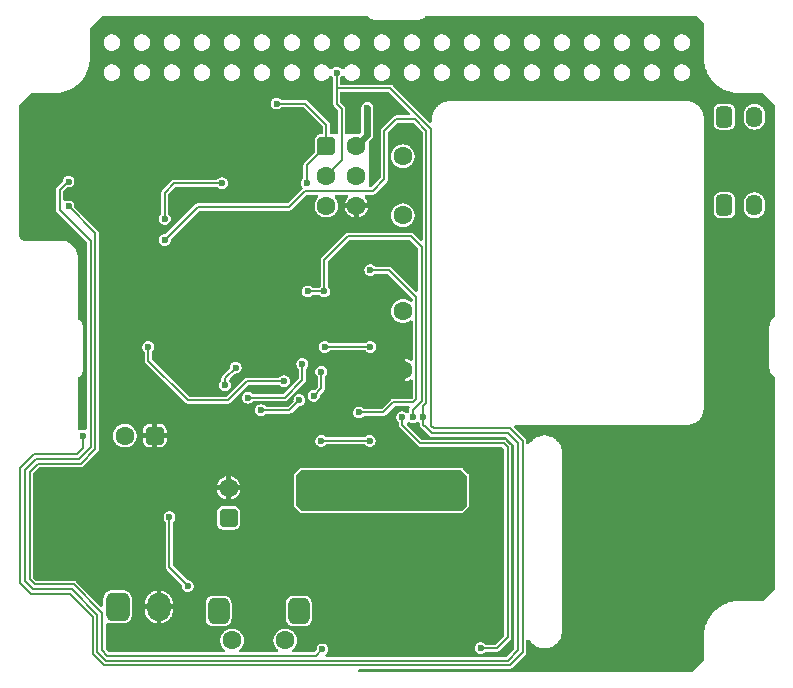
<source format=gbl>
G04*
G04 #@! TF.GenerationSoftware,Altium Limited,Altium Designer,19.1.8 (144)*
G04*
G04 Layer_Physical_Order=2*
G04 Layer_Color=11436288*
%FSLAX25Y25*%
%MOIN*%
G70*
G01*
G75*
%ADD10C,0.00787*%
%ADD56C,0.02362*%
%ADD86C,0.02362*%
%ADD91C,0.06299*%
G04:AMPARAMS|DCode=92|XSize=62.99mil|YSize=62.99mil|CornerRadius=15.75mil|HoleSize=0mil|Usage=FLASHONLY|Rotation=0.000|XOffset=0mil|YOffset=0mil|HoleType=Round|Shape=RoundedRectangle|*
%AMROUNDEDRECTD92*
21,1,0.06299,0.03150,0,0,0.0*
21,1,0.03150,0.06299,0,0,0.0*
1,1,0.03150,0.01575,-0.01575*
1,1,0.03150,-0.01575,-0.01575*
1,1,0.03150,-0.01575,0.01575*
1,1,0.03150,0.01575,0.01575*
%
%ADD92ROUNDEDRECTD92*%
G04:AMPARAMS|DCode=93|XSize=70.87mil|YSize=86.61mil|CornerRadius=17.72mil|HoleSize=0mil|Usage=FLASHONLY|Rotation=180.000|XOffset=0mil|YOffset=0mil|HoleType=Round|Shape=RoundedRectangle|*
%AMROUNDEDRECTD93*
21,1,0.07087,0.05118,0,0,180.0*
21,1,0.03543,0.08661,0,0,180.0*
1,1,0.03543,-0.01772,0.02559*
1,1,0.03543,0.01772,0.02559*
1,1,0.03543,0.01772,-0.02559*
1,1,0.03543,-0.01772,-0.02559*
%
%ADD93ROUNDEDRECTD93*%
G04:AMPARAMS|DCode=94|XSize=55.12mil|YSize=70.87mil|CornerRadius=13.78mil|HoleSize=0mil|Usage=FLASHONLY|Rotation=0.000|XOffset=0mil|YOffset=0mil|HoleType=Round|Shape=RoundedRectangle|*
%AMROUNDEDRECTD94*
21,1,0.05512,0.04331,0,0,0.0*
21,1,0.02756,0.07087,0,0,0.0*
1,1,0.02756,0.01378,-0.02165*
1,1,0.02756,-0.01378,-0.02165*
1,1,0.02756,-0.01378,0.02165*
1,1,0.02756,0.01378,0.02165*
%
%ADD94ROUNDEDRECTD94*%
%ADD95O,0.05512X0.07087*%
%ADD96O,0.07874X0.09449*%
G04:AMPARAMS|DCode=97|XSize=78.74mil|YSize=94.49mil|CornerRadius=19.68mil|HoleSize=0mil|Usage=FLASHONLY|Rotation=0.000|XOffset=0mil|YOffset=0mil|HoleType=Round|Shape=RoundedRectangle|*
%AMROUNDEDRECTD97*
21,1,0.07874,0.05512,0,0,0.0*
21,1,0.03937,0.09449,0,0,0.0*
1,1,0.03937,0.01968,-0.02756*
1,1,0.03937,-0.01968,-0.02756*
1,1,0.03937,-0.01968,0.02756*
1,1,0.03937,0.01968,0.02756*
%
%ADD97ROUNDEDRECTD97*%
%ADD98R,0.03937X0.07874*%
G36*
X230311Y218013D02*
Y206693D01*
X230311Y206691D01*
X230326Y206113D01*
X230368Y205535D01*
X230439Y204959D01*
X230538Y204388D01*
X230665Y203822D01*
X230820Y203263D01*
X231002Y202713D01*
X231211Y202172D01*
X231446Y201642D01*
X231706Y201124D01*
X231992Y200619D01*
X232302Y200129D01*
X232636Y199655D01*
X232993Y199198D01*
X233372Y198759D01*
X233772Y198339D01*
X234192Y197939D01*
X234631Y197560D01*
X235088Y197203D01*
X235562Y196870D01*
X236052Y196559D01*
X236557Y196273D01*
X237075Y196013D01*
X237605Y195778D01*
X238146Y195569D01*
X238696Y195387D01*
X239255Y195232D01*
X239821Y195105D01*
X240392Y195006D01*
X240968Y194935D01*
X241546Y194893D01*
X242124Y194878D01*
X242126Y194878D01*
X249903D01*
X253899Y190883D01*
Y120137D01*
X253829Y120104D01*
X253563Y119945D01*
X253314Y119761D01*
X253085Y119553D01*
X252877Y119323D01*
X252693Y119075D01*
X252534Y118809D01*
X252402Y118530D01*
X252297Y118238D01*
X252222Y117938D01*
X252222Y117938D01*
X252177Y117632D01*
X252162Y117323D01*
X252162D01*
Y103150D01*
X252162Y103150D01*
X252177Y102840D01*
X252222Y102535D01*
X252222Y102534D01*
X252256Y102401D01*
X252256Y102401D01*
X252257Y102395D01*
X252297Y102234D01*
X252402Y101943D01*
X252534Y101663D01*
X252693Y101398D01*
X252877Y101149D01*
X253085Y100920D01*
X253314Y100712D01*
X253563Y100528D01*
X253829Y100368D01*
X253899Y100335D01*
Y29590D01*
X249903Y25594D01*
X242126D01*
X242124Y25594D01*
X241546Y25580D01*
X240968Y25537D01*
X240392Y25466D01*
X239821Y25367D01*
X239255Y25240D01*
X238696Y25085D01*
X238146Y24904D01*
X237605Y24695D01*
X237075Y24460D01*
X236557Y24199D01*
X236052Y23913D01*
X235562Y23603D01*
X235088Y23269D01*
X234631Y22912D01*
X234192Y22534D01*
X233772Y22134D01*
X233372Y21714D01*
X232993Y21275D01*
X232636Y20818D01*
X232302Y20343D01*
X231992Y19853D01*
X231706Y19349D01*
X231446Y18831D01*
X231211Y18301D01*
X231002Y17760D01*
X230820Y17209D01*
X230665Y16650D01*
X230538Y16084D01*
X230439Y15513D01*
X230368Y14938D01*
X230326Y14359D01*
X230311Y13781D01*
X230311Y13780D01*
Y6003D01*
X226316Y2007D01*
X115011D01*
X114906Y2162D01*
X115325Y2949D01*
X165613D01*
X165798Y2964D01*
X165979Y3007D01*
X166151Y3078D01*
X166309Y3175D01*
X166451Y3296D01*
X170720Y7565D01*
X170840Y7706D01*
X170938Y7865D01*
X171009Y8037D01*
X171052Y8218D01*
X171067Y8403D01*
Y12553D01*
X171210Y12670D01*
X172228Y12483D01*
X172308Y12345D01*
X172328Y12314D01*
X172346Y12282D01*
X172388Y12222D01*
X172429Y12160D01*
X172452Y12132D01*
X172474Y12101D01*
X172523Y12046D01*
X172570Y11990D01*
X172596Y11964D01*
X172621Y11936D01*
X173354Y11203D01*
X173381Y11179D01*
X173407Y11152D01*
X173464Y11105D01*
X173519Y11056D01*
X173549Y11035D01*
X173577Y11011D01*
X173639Y10971D01*
X173699Y10928D01*
X173731Y10910D01*
X173762Y10890D01*
X174660Y10372D01*
X174693Y10355D01*
X174724Y10336D01*
X174792Y10305D01*
X174857Y10272D01*
X174892Y10259D01*
X174925Y10244D01*
X174996Y10221D01*
X175065Y10195D01*
X175100Y10186D01*
X175135Y10175D01*
X176137Y9907D01*
X176173Y9899D01*
X176208Y9889D01*
X176281Y9877D01*
X176353Y9861D01*
X176390Y9858D01*
X176426Y9852D01*
X176500Y9848D01*
X176573Y9841D01*
X176610Y9842D01*
X176647Y9839D01*
X177684D01*
X177720Y9842D01*
X177757Y9841D01*
X177831Y9848D01*
X177904Y9852D01*
X177941Y9858D01*
X177978Y9861D01*
X178050Y9877D01*
X178122Y9889D01*
X178158Y9899D01*
X178194Y9907D01*
X179195Y10175D01*
X179230Y10187D01*
X179266Y10195D01*
X179335Y10221D01*
X179405Y10244D01*
X179439Y10259D01*
X179473Y10272D01*
X179539Y10306D01*
X179606Y10336D01*
X179638Y10355D01*
X179671Y10372D01*
X180569Y10890D01*
X180599Y10910D01*
X180632Y10928D01*
X180692Y10971D01*
X180754Y11011D01*
X180782Y11035D01*
X180812Y11056D01*
X180867Y11105D01*
X180924Y11152D01*
X180949Y11179D01*
X180977Y11203D01*
X181710Y11936D01*
X181734Y11964D01*
X181761Y11990D01*
X181808Y12046D01*
X181857Y12101D01*
X181879Y12132D01*
X181902Y12160D01*
X181942Y12221D01*
X181985Y12282D01*
X182003Y12314D01*
X182023Y12345D01*
X182542Y13243D01*
X182558Y13275D01*
X182577Y13307D01*
X182608Y13374D01*
X182641Y13440D01*
X182654Y13475D01*
X182669Y13508D01*
X182692Y13578D01*
X182718Y13647D01*
X182727Y13683D01*
X182738Y13718D01*
X183007Y14719D01*
X183014Y14755D01*
X183025Y14791D01*
X183037Y14864D01*
X183052Y14936D01*
X183055Y14973D01*
X183062Y15009D01*
X183066Y15083D01*
X183073Y15156D01*
X183072Y15193D01*
X183074Y15230D01*
Y15748D01*
Y74803D01*
Y75322D01*
X183072Y75358D01*
X183073Y75395D01*
X183066Y75469D01*
X183062Y75542D01*
X183055Y75579D01*
X183052Y75615D01*
X183037Y75687D01*
X183025Y75760D01*
X183014Y75796D01*
X183007Y75832D01*
X182738Y76833D01*
X182727Y76868D01*
X182718Y76904D01*
X182692Y76973D01*
X182669Y77043D01*
X182654Y77077D01*
X182641Y77111D01*
X182608Y77177D01*
X182577Y77244D01*
X182558Y77276D01*
X182542Y77309D01*
X182023Y78206D01*
X182003Y78237D01*
X181985Y78269D01*
X181942Y78330D01*
X181902Y78391D01*
X181879Y78420D01*
X181857Y78450D01*
X181808Y78505D01*
X181761Y78562D01*
X181734Y78587D01*
X181710Y78615D01*
X180977Y79348D01*
X180949Y79372D01*
X180924Y79399D01*
X180867Y79446D01*
X180812Y79495D01*
X180782Y79516D01*
X180754Y79540D01*
X180692Y79580D01*
X180632Y79623D01*
X180599Y79641D01*
X180569Y79661D01*
X179671Y80179D01*
X179638Y80196D01*
X179606Y80215D01*
X179539Y80246D01*
X179473Y80279D01*
X179439Y80292D01*
X179405Y80307D01*
X179335Y80330D01*
X179266Y80356D01*
X179230Y80365D01*
X179195Y80376D01*
X178194Y80645D01*
X178158Y80652D01*
X178122Y80662D01*
X178050Y80675D01*
X177978Y80690D01*
X177941Y80693D01*
X177904Y80699D01*
X177831Y80704D01*
X177757Y80710D01*
X177720Y80710D01*
X177684Y80712D01*
X176647D01*
X176610Y80710D01*
X176573Y80710D01*
X176500Y80704D01*
X176426Y80699D01*
X176390Y80693D01*
X176353Y80690D01*
X176281Y80675D01*
X176208Y80662D01*
X176173Y80652D01*
X176137Y80645D01*
X175135Y80376D01*
X175100Y80365D01*
X175065Y80356D01*
X174995Y80330D01*
X174925Y80307D01*
X174892Y80292D01*
X174857Y80279D01*
X174792Y80246D01*
X174724Y80215D01*
X174693Y80196D01*
X174660Y80179D01*
X173762Y79661D01*
X173731Y79641D01*
X173699Y79623D01*
X173639Y79580D01*
X173577Y79540D01*
X173549Y79516D01*
X173519Y79495D01*
X173464Y79446D01*
X173407Y79399D01*
X173381Y79372D01*
X173354Y79348D01*
X172621Y78615D01*
X172596Y78587D01*
X172570Y78562D01*
X172523Y78505D01*
X172474Y78450D01*
X172452Y78420D01*
X172429Y78391D01*
X172388Y78330D01*
X172346Y78269D01*
X172328Y78237D01*
X172308Y78206D01*
X172228Y78068D01*
X171211Y77881D01*
X171067Y77998D01*
Y78802D01*
X171052Y78987D01*
X171009Y79168D01*
X170938Y79340D01*
X170840Y79498D01*
X170720Y79640D01*
X166898Y83461D01*
X167224Y84249D01*
X224797D01*
X224880Y84254D01*
X224963Y84256D01*
X224990Y84260D01*
X225018Y84261D01*
X225100Y84275D01*
X225182Y84287D01*
X225942Y84438D01*
X226023Y84459D01*
X226104Y84477D01*
X226130Y84486D01*
X226156Y84493D01*
X226234Y84523D01*
X226312Y84550D01*
X227029Y84847D01*
X227104Y84883D01*
X227179Y84917D01*
X227203Y84931D01*
X227228Y84943D01*
X227298Y84987D01*
X227370Y85029D01*
X228014Y85460D01*
X228081Y85510D01*
X228148Y85558D01*
X228169Y85576D01*
X228191Y85593D01*
X228252Y85650D01*
X228313Y85705D01*
X228862Y86254D01*
X228917Y86315D01*
X228974Y86376D01*
X228991Y86398D01*
X229009Y86418D01*
X229057Y86486D01*
X229107Y86552D01*
X229538Y87197D01*
X229580Y87269D01*
X229624Y87339D01*
X229636Y87364D01*
X229650Y87388D01*
X229684Y87463D01*
X229720Y87538D01*
X230017Y88255D01*
X230044Y88333D01*
X230074Y88410D01*
X230081Y88437D01*
X230090Y88463D01*
X230108Y88544D01*
X230129Y88624D01*
X230280Y89385D01*
X230292Y89467D01*
X230306Y89549D01*
X230307Y89577D01*
X230311Y89604D01*
X230313Y89687D01*
X230318Y89770D01*
Y90158D01*
Y186221D01*
Y186608D01*
X230313Y186691D01*
X230311Y186774D01*
X230307Y186801D01*
X230306Y186829D01*
X230292Y186911D01*
X230280Y186993D01*
X230129Y187753D01*
X230108Y187834D01*
X230090Y187915D01*
X230081Y187941D01*
X230074Y187968D01*
X230044Y188045D01*
X230017Y188123D01*
X229720Y188840D01*
X229684Y188915D01*
X229650Y188990D01*
X229636Y189014D01*
X229624Y189039D01*
X229580Y189109D01*
X229538Y189181D01*
X229107Y189825D01*
X229057Y189892D01*
X229009Y189959D01*
X228991Y189980D01*
X228974Y190002D01*
X228917Y190063D01*
X228862Y190124D01*
X228313Y190673D01*
X228252Y190728D01*
X228191Y190785D01*
X228169Y190802D01*
X228148Y190820D01*
X228081Y190868D01*
X228014Y190918D01*
X227370Y191349D01*
X227298Y191391D01*
X227228Y191435D01*
X227203Y191447D01*
X227179Y191461D01*
X227104Y191495D01*
X227029Y191531D01*
X226312Y191828D01*
X226234Y191855D01*
X226157Y191885D01*
X226130Y191892D01*
X226104Y191901D01*
X226023Y191919D01*
X225942Y191940D01*
X225182Y192091D01*
X225100Y192103D01*
X225018Y192117D01*
X224990Y192118D01*
X224963Y192122D01*
X224880Y192124D01*
X224797Y192129D01*
X224410D01*
X145669Y192129D01*
X145282D01*
X145199Y192124D01*
X145116Y192122D01*
X145088Y192118D01*
X145061Y192117D01*
X144979Y192103D01*
X144897Y192091D01*
X144136Y191940D01*
X144056Y191919D01*
X143975Y191901D01*
X143949Y191892D01*
X143922Y191885D01*
X143845Y191855D01*
X143766Y191828D01*
X143050Y191531D01*
X142975Y191495D01*
X142900Y191461D01*
X142876Y191447D01*
X142851Y191435D01*
X142780Y191391D01*
X142709Y191349D01*
X142064Y190918D01*
X141998Y190868D01*
X141930Y190820D01*
X141910Y190802D01*
X141888Y190785D01*
X141827Y190728D01*
X141765Y190673D01*
X141217Y190124D01*
X141162Y190062D01*
X141105Y190002D01*
X141088Y189980D01*
X141070Y189959D01*
X141022Y189892D01*
X140972Y189825D01*
X140541Y189181D01*
X140499Y189109D01*
X140455Y189039D01*
X140443Y189014D01*
X140429Y188990D01*
X140395Y188915D01*
X140359Y188840D01*
X140062Y188123D01*
X140035Y188045D01*
X140005Y187968D01*
X139998Y187941D01*
X139989Y187915D01*
X139971Y187834D01*
X139950Y187753D01*
X139799Y186993D01*
X139787Y186911D01*
X139773Y186829D01*
X139771Y186801D01*
X139768Y186774D01*
X139765Y186691D01*
X139761Y186608D01*
X139761Y186220D01*
Y185249D01*
X139033Y184948D01*
X126667Y197314D01*
X126526Y197435D01*
X126367Y197532D01*
X126196Y197603D01*
X126015Y197647D01*
X125829Y197661D01*
X109137D01*
Y200120D01*
X109182Y200152D01*
X109347Y200299D01*
X109494Y200464D01*
X109584Y200590D01*
X109955Y200641D01*
X110124Y200640D01*
X110269Y200610D01*
X110453Y200533D01*
X110519Y200392D01*
X110658Y200160D01*
X110820Y199942D01*
X111002Y199742D01*
X111202Y199560D01*
X111420Y199399D01*
X111652Y199259D01*
X111897Y199144D01*
X112152Y199052D01*
X112414Y198987D01*
X112682Y198947D01*
X112953Y198933D01*
X113223Y198947D01*
X113491Y198987D01*
X113754Y199052D01*
X114008Y199144D01*
X114253Y199259D01*
X114486Y199399D01*
X114703Y199560D01*
X114904Y199742D01*
X115085Y199942D01*
X115247Y200160D01*
X115386Y200392D01*
X115502Y200637D01*
X115593Y200892D01*
X115659Y201154D01*
X115699Y201422D01*
X115712Y201693D01*
X115699Y201963D01*
X115659Y202231D01*
X115593Y202494D01*
X115502Y202749D01*
X115386Y202993D01*
X115247Y203226D01*
X115085Y203443D01*
X114904Y203644D01*
X114703Y203826D01*
X114486Y203987D01*
X114253Y204126D01*
X114008Y204242D01*
X113754Y204333D01*
X113491Y204399D01*
X113223Y204439D01*
X112953Y204452D01*
X112682Y204439D01*
X112414Y204399D01*
X112152Y204333D01*
X111897Y204242D01*
X111652Y204126D01*
X111420Y203987D01*
X111202Y203826D01*
X111002Y203644D01*
X110820Y203443D01*
X110658Y203226D01*
X110519Y202993D01*
X110453Y202853D01*
X110268Y202776D01*
X110123Y202746D01*
X109955Y202745D01*
X109584Y202796D01*
X109494Y202922D01*
X109347Y203087D01*
X109182Y203235D01*
X109002Y203362D01*
X108808Y203469D01*
X108604Y203554D01*
X108391Y203615D01*
X108174Y203652D01*
X107953Y203665D01*
X107732Y203652D01*
X107514Y203615D01*
X107302Y203554D01*
X107097Y203469D01*
X106904Y203362D01*
X106723Y203235D01*
X106559Y203087D01*
X106411Y202922D01*
X106321Y202796D01*
X105953Y202745D01*
X105780Y202746D01*
X105639Y202775D01*
X105452Y202853D01*
X105386Y202993D01*
X105247Y203226D01*
X105086Y203443D01*
X104904Y203644D01*
X104703Y203826D01*
X104486Y203987D01*
X104253Y204126D01*
X104008Y204242D01*
X103754Y204333D01*
X103491Y204399D01*
X103223Y204439D01*
X102953Y204452D01*
X102682Y204439D01*
X102414Y204399D01*
X102152Y204333D01*
X101897Y204242D01*
X101652Y204126D01*
X101420Y203987D01*
X101202Y203826D01*
X101002Y203644D01*
X100820Y203443D01*
X100658Y203226D01*
X100519Y202993D01*
X100403Y202749D01*
X100312Y202494D01*
X100246Y202231D01*
X100207Y201963D01*
X100193Y201693D01*
X100207Y201422D01*
X100246Y201154D01*
X100312Y200892D01*
X100403Y200637D01*
X100519Y200392D01*
X100658Y200160D01*
X100820Y199942D01*
X101002Y199742D01*
X101202Y199560D01*
X101420Y199399D01*
X101652Y199259D01*
X101897Y199144D01*
X102152Y199052D01*
X102414Y198987D01*
X102682Y198947D01*
X102953Y198933D01*
X103223Y198947D01*
X103491Y198987D01*
X103754Y199052D01*
X104008Y199144D01*
X104253Y199259D01*
X104486Y199399D01*
X104703Y199560D01*
X104904Y199742D01*
X105086Y199942D01*
X105247Y200160D01*
X105386Y200392D01*
X105453Y200533D01*
X105638Y200611D01*
X105779Y200639D01*
X105953Y200641D01*
X106322Y200590D01*
X106411Y200464D01*
X106559Y200299D01*
X106723Y200152D01*
X106768Y200120D01*
Y196476D01*
Y191260D01*
X106783Y191075D01*
X106826Y190894D01*
X106897Y190722D01*
X106994Y190563D01*
X107115Y190422D01*
X108461Y189076D01*
Y181303D01*
X105634D01*
Y184330D01*
X105620Y184515D01*
X105576Y184696D01*
X105505Y184868D01*
X105408Y185026D01*
X105287Y185168D01*
X98279Y192176D01*
X98137Y192297D01*
X97979Y192394D01*
X97807Y192465D01*
X97626Y192509D01*
X97441Y192523D01*
X89447D01*
X89416Y192568D01*
X89268Y192733D01*
X89103Y192880D01*
X88923Y193008D01*
X88730Y193115D01*
X88525Y193200D01*
X88313Y193261D01*
X88095Y193298D01*
X87874Y193310D01*
X87653Y193298D01*
X87435Y193261D01*
X87223Y193200D01*
X87019Y193115D01*
X86825Y193008D01*
X86645Y192880D01*
X86480Y192733D01*
X86333Y192568D01*
X86205Y192387D01*
X86098Y192194D01*
X86013Y191990D01*
X85952Y191777D01*
X85915Y191559D01*
X85902Y191339D01*
X85915Y191118D01*
X85952Y190900D01*
X86013Y190687D01*
X86098Y190483D01*
X86205Y190290D01*
X86333Y190109D01*
X86480Y189945D01*
X86645Y189797D01*
X86825Y189669D01*
X87019Y189562D01*
X87223Y189478D01*
X87435Y189416D01*
X87653Y189379D01*
X87874Y189367D01*
X88095Y189379D01*
X88313Y189416D01*
X88525Y189478D01*
X88730Y189562D01*
X88923Y189669D01*
X89103Y189797D01*
X89268Y189945D01*
X89416Y190109D01*
X89447Y190154D01*
X96950D01*
X103265Y183839D01*
Y181296D01*
X103161Y181288D01*
X103058Y181264D01*
X102875D01*
X102610Y181249D01*
X102348Y181204D01*
X102093Y181131D01*
X101848Y181029D01*
X101616Y180901D01*
X101400Y180747D01*
X101202Y180571D01*
X101025Y180373D01*
X100871Y180156D01*
X100743Y179924D01*
X100642Y179679D01*
X100568Y179424D01*
X100524Y179163D01*
X100509Y178898D01*
Y175748D01*
X100524Y175483D01*
X100568Y175222D01*
X100592Y175140D01*
X97135Y171684D01*
X97014Y171542D01*
X96917Y171384D01*
X96846Y171212D01*
X96802Y171031D01*
X96788Y170846D01*
Y166396D01*
X96743Y166364D01*
X96578Y166217D01*
X96431Y166052D01*
X96303Y165872D01*
X96196Y165678D01*
X96112Y165474D01*
X96050Y165262D01*
X96013Y165044D01*
X96001Y164823D01*
X96013Y164602D01*
X96050Y164384D01*
X96112Y164172D01*
X96196Y163967D01*
X96303Y163774D01*
X96431Y163594D01*
X96522Y163303D01*
X96245Y162685D01*
X91635Y158074D01*
X61614D01*
X61429Y158060D01*
X61248Y158017D01*
X61076Y157945D01*
X60918Y157848D01*
X60776Y157728D01*
X50865Y147816D01*
X50811Y147826D01*
X50590Y147838D01*
X50370Y147826D01*
X50152Y147789D01*
X49939Y147727D01*
X49735Y147643D01*
X49542Y147536D01*
X49361Y147408D01*
X49196Y147260D01*
X49049Y147096D01*
X48921Y146915D01*
X48814Y146722D01*
X48730Y146518D01*
X48668Y146305D01*
X48631Y146087D01*
X48619Y145866D01*
X48631Y145645D01*
X48668Y145428D01*
X48730Y145215D01*
X48814Y145011D01*
X48921Y144817D01*
X49049Y144637D01*
X49196Y144472D01*
X49361Y144325D01*
X49542Y144197D01*
X49735Y144090D01*
X49939Y144005D01*
X50152Y143944D01*
X50370Y143907D01*
X50590Y143895D01*
X50811Y143907D01*
X51029Y143944D01*
X51242Y144005D01*
X51446Y144090D01*
X51639Y144197D01*
X51820Y144325D01*
X51985Y144472D01*
X52132Y144637D01*
X52260Y144817D01*
X52367Y145011D01*
X52451Y145215D01*
X52513Y145428D01*
X52550Y145645D01*
X52562Y145866D01*
X52550Y146087D01*
X52540Y146141D01*
X62105Y155705D01*
X92126D01*
X92311Y155720D01*
X92492Y155763D01*
X92664Y155834D01*
X92822Y155931D01*
X92964Y156052D01*
X97932Y161020D01*
X101507D01*
X101717Y160672D01*
X101797Y160233D01*
X101663Y160109D01*
X101431Y159856D01*
X101221Y159583D01*
X101037Y159293D01*
X100878Y158988D01*
X100746Y158671D01*
X100643Y158343D01*
X100569Y158007D01*
X100524Y157666D01*
X100509Y157323D01*
X100524Y156979D01*
X100569Y156639D01*
X100643Y156303D01*
X100746Y155975D01*
X100878Y155657D01*
X101037Y155352D01*
X101221Y155062D01*
X101431Y154790D01*
X101663Y154536D01*
X101916Y154304D01*
X102189Y154095D01*
X102479Y153910D01*
X102784Y153751D01*
X103102Y153620D01*
X103429Y153516D01*
X103765Y153442D01*
X104106Y153397D01*
X104449Y153382D01*
X104793Y153397D01*
X105134Y153442D01*
X105469Y153516D01*
X105797Y153620D01*
X106115Y153751D01*
X106420Y153910D01*
X106710Y154095D01*
X106983Y154304D01*
X107236Y154536D01*
X107468Y154790D01*
X107677Y155062D01*
X107862Y155352D01*
X108021Y155657D01*
X108152Y155975D01*
X108256Y156303D01*
X108330Y156639D01*
X108375Y156979D01*
X108390Y157323D01*
X108375Y157666D01*
X108330Y158007D01*
X108256Y158343D01*
X108152Y158671D01*
X108021Y158988D01*
X107862Y159293D01*
X107677Y159583D01*
X107468Y159856D01*
X107236Y160109D01*
X107102Y160233D01*
X107182Y160672D01*
X107392Y161020D01*
X111507D01*
X111717Y160672D01*
X111797Y160233D01*
X111663Y160109D01*
X111431Y159856D01*
X111221Y159583D01*
X111037Y159293D01*
X110878Y158988D01*
X110746Y158671D01*
X110643Y158343D01*
X110591Y158110D01*
X118307D01*
X118256Y158343D01*
X118152Y158671D01*
X118021Y158988D01*
X117862Y159293D01*
X117677Y159583D01*
X117468Y159856D01*
X117236Y160109D01*
X117102Y160233D01*
X117182Y160672D01*
X117392Y161020D01*
X119882D01*
X120067Y161035D01*
X120248Y161078D01*
X120420Y161149D01*
X120578Y161246D01*
X120720Y161367D01*
X124657Y165304D01*
X124777Y165445D01*
X124874Y165604D01*
X124946Y165776D01*
X124989Y165956D01*
X125004Y166142D01*
Y181793D01*
X128247Y185036D01*
X133368D01*
X136610Y181793D01*
Y145818D01*
X135883Y145517D01*
X133515Y147885D01*
X133374Y148006D01*
X133215Y148103D01*
X133043Y148174D01*
X132862Y148217D01*
X132677Y148232D01*
X111614D01*
X111429Y148217D01*
X111248Y148174D01*
X111076Y148103D01*
X110918Y148006D01*
X110776Y147885D01*
X102902Y140011D01*
X102782Y139870D01*
X102684Y139711D01*
X102613Y139539D01*
X102570Y139359D01*
X102555Y139173D01*
Y130313D01*
X102511Y130282D01*
X102346Y130134D01*
X102199Y129969D01*
X102167Y129925D01*
X99801D01*
X99770Y129969D01*
X99622Y130134D01*
X99458Y130282D01*
X99277Y130410D01*
X99084Y130517D01*
X98879Y130601D01*
X98667Y130662D01*
X98449Y130699D01*
X98228Y130712D01*
X98008Y130699D01*
X97790Y130662D01*
X97577Y130601D01*
X97373Y130517D01*
X97179Y130410D01*
X96999Y130282D01*
X96834Y130134D01*
X96687Y129969D01*
X96559Y129789D01*
X96452Y129596D01*
X96367Y129391D01*
X96306Y129179D01*
X96269Y128961D01*
X96257Y128740D01*
X96269Y128519D01*
X96306Y128301D01*
X96367Y128089D01*
X96452Y127885D01*
X96559Y127691D01*
X96687Y127511D01*
X96834Y127346D01*
X96999Y127199D01*
X97179Y127071D01*
X97373Y126964D01*
X97577Y126879D01*
X97790Y126818D01*
X98008Y126781D01*
X98228Y126769D01*
X98449Y126781D01*
X98667Y126818D01*
X98879Y126879D01*
X99084Y126964D01*
X99277Y127071D01*
X99458Y127199D01*
X99622Y127346D01*
X99770Y127511D01*
X99801Y127555D01*
X102167D01*
X102199Y127511D01*
X102346Y127346D01*
X102511Y127199D01*
X102691Y127071D01*
X102885Y126964D01*
X103089Y126879D01*
X103301Y126818D01*
X103519Y126781D01*
X103740Y126769D01*
X103961Y126781D01*
X104179Y126818D01*
X104391Y126879D01*
X104596Y126964D01*
X104789Y127071D01*
X104969Y127199D01*
X105134Y127346D01*
X105282Y127511D01*
X105410Y127691D01*
X105517Y127885D01*
X105601Y128089D01*
X105662Y128301D01*
X105699Y128519D01*
X105712Y128740D01*
X105699Y128961D01*
X105662Y129179D01*
X105601Y129391D01*
X105517Y129596D01*
X105410Y129789D01*
X105282Y129969D01*
X105134Y130134D01*
X104969Y130282D01*
X104925Y130313D01*
Y138682D01*
X112105Y145862D01*
X132186D01*
X135036Y143013D01*
Y128889D01*
X134308Y128588D01*
X126231Y136664D01*
X126090Y136785D01*
X125932Y136882D01*
X125760Y136953D01*
X125579Y136997D01*
X125394Y137012D01*
X120668D01*
X120636Y137056D01*
X120489Y137221D01*
X120324Y137368D01*
X120143Y137496D01*
X119950Y137603D01*
X119746Y137688D01*
X119533Y137749D01*
X119315Y137786D01*
X119095Y137798D01*
X118874Y137786D01*
X118656Y137749D01*
X118443Y137688D01*
X118239Y137603D01*
X118045Y137496D01*
X117865Y137368D01*
X117700Y137221D01*
X117553Y137056D01*
X117425Y136876D01*
X117318Y136682D01*
X117234Y136478D01*
X117172Y136266D01*
X117135Y136047D01*
X117123Y135827D01*
X117135Y135606D01*
X117172Y135388D01*
X117234Y135176D01*
X117318Y134971D01*
X117425Y134778D01*
X117553Y134598D01*
X117700Y134433D01*
X117865Y134285D01*
X118045Y134157D01*
X118239Y134050D01*
X118443Y133966D01*
X118656Y133905D01*
X118874Y133868D01*
X119095Y133855D01*
X119315Y133868D01*
X119533Y133905D01*
X119746Y133966D01*
X119950Y134050D01*
X120143Y134157D01*
X120324Y134285D01*
X120489Y134433D01*
X120636Y134598D01*
X120668Y134642D01*
X124903D01*
X133209Y126336D01*
X133238Y125549D01*
X132477Y125242D01*
X132454Y125263D01*
X132182Y125472D01*
X131892Y125657D01*
X131587Y125816D01*
X131269Y125947D01*
X130941Y126051D01*
X130606Y126125D01*
X130265Y126170D01*
X129921Y126185D01*
X129578Y126170D01*
X129237Y126125D01*
X128901Y126051D01*
X128574Y125947D01*
X128256Y125816D01*
X127951Y125657D01*
X127661Y125472D01*
X127388Y125263D01*
X127135Y125031D01*
X126902Y124777D01*
X126693Y124504D01*
X126508Y124214D01*
X126350Y123909D01*
X126218Y123592D01*
X126115Y123264D01*
X126040Y122928D01*
X125996Y122588D01*
X125980Y122244D01*
X125996Y121901D01*
X126040Y121560D01*
X126115Y121224D01*
X126218Y120896D01*
X126350Y120579D01*
X126508Y120274D01*
X126693Y119984D01*
X126902Y119711D01*
X127135Y119458D01*
X127388Y119225D01*
X127661Y119016D01*
X127951Y118831D01*
X128256Y118673D01*
X128574Y118541D01*
X128901Y118438D01*
X129237Y118363D01*
X129578Y118318D01*
X129921Y118303D01*
X130265Y118318D01*
X130606Y118363D01*
X130941Y118438D01*
X131269Y118541D01*
X131587Y118673D01*
X131892Y118831D01*
X132182Y119016D01*
X132454Y119225D01*
X132477Y119246D01*
X133238Y118940D01*
X133264Y118914D01*
Y105889D01*
X133238Y105864D01*
X132477Y105557D01*
X132454Y105578D01*
X132182Y105787D01*
X131892Y105972D01*
X131587Y106131D01*
X131269Y106262D01*
X130941Y106366D01*
X130709Y106417D01*
Y102559D01*
Y98701D01*
X130941Y98753D01*
X131269Y98856D01*
X131587Y98988D01*
X131892Y99146D01*
X132182Y99331D01*
X132454Y99540D01*
X132477Y99561D01*
X133238Y99255D01*
X133264Y99229D01*
Y93269D01*
X133010Y93015D01*
X126808D01*
X126623Y93001D01*
X126442Y92958D01*
X126270Y92886D01*
X126112Y92789D01*
X125971Y92668D01*
X122873Y89571D01*
X116927D01*
X116896Y89615D01*
X116748Y89780D01*
X116584Y89927D01*
X116403Y90055D01*
X116210Y90162D01*
X116006Y90247D01*
X115793Y90308D01*
X115575Y90345D01*
X115354Y90357D01*
X115134Y90345D01*
X114916Y90308D01*
X114703Y90247D01*
X114499Y90162D01*
X114305Y90055D01*
X114125Y89927D01*
X113960Y89780D01*
X113813Y89615D01*
X113685Y89435D01*
X113578Y89241D01*
X113493Y89037D01*
X113432Y88824D01*
X113395Y88607D01*
X113383Y88386D01*
X113395Y88165D01*
X113432Y87947D01*
X113493Y87735D01*
X113578Y87530D01*
X113685Y87337D01*
X113813Y87157D01*
X113960Y86992D01*
X114125Y86844D01*
X114305Y86716D01*
X114499Y86610D01*
X114703Y86525D01*
X114916Y86464D01*
X115134Y86427D01*
X115354Y86414D01*
X115575Y86427D01*
X115793Y86464D01*
X116006Y86525D01*
X116210Y86610D01*
X116403Y86716D01*
X116584Y86844D01*
X116748Y86992D01*
X116896Y87157D01*
X116927Y87201D01*
X123363D01*
X123549Y87216D01*
X123730Y87259D01*
X123901Y87330D01*
X124060Y87427D01*
X124201Y87548D01*
X127299Y90646D01*
X131769D01*
X131969Y90431D01*
X132212Y89908D01*
X132141Y89736D01*
X132098Y89555D01*
X132083Y89370D01*
Y88384D01*
X132038Y88353D01*
X132021Y88337D01*
X131686Y88205D01*
X131307D01*
X130971Y88337D01*
X130954Y88353D01*
X130773Y88480D01*
X130580Y88587D01*
X130376Y88672D01*
X130163Y88733D01*
X129945Y88770D01*
X129724Y88783D01*
X129504Y88770D01*
X129286Y88733D01*
X129073Y88672D01*
X128869Y88587D01*
X128675Y88480D01*
X128495Y88353D01*
X128330Y88205D01*
X128183Y88040D01*
X128055Y87860D01*
X127948Y87666D01*
X127864Y87462D01*
X127802Y87250D01*
X127765Y87032D01*
X127753Y86811D01*
X127765Y86590D01*
X127802Y86372D01*
X127864Y86160D01*
X127948Y85956D01*
X128055Y85762D01*
X128183Y85582D01*
X128330Y85417D01*
X128495Y85270D01*
X128540Y85238D01*
Y84252D01*
X128554Y84067D01*
X128598Y83886D01*
X128669Y83714D01*
X128766Y83556D01*
X128887Y83414D01*
X134989Y77312D01*
X135130Y77191D01*
X135289Y77094D01*
X135461Y77023D01*
X135641Y76979D01*
X135827Y76965D01*
X163092D01*
X163776Y76281D01*
Y13877D01*
X160927Y11027D01*
X157478D01*
X157447Y11072D01*
X157299Y11237D01*
X157134Y11384D01*
X156954Y11512D01*
X156761Y11619D01*
X156556Y11704D01*
X156344Y11765D01*
X156126Y11802D01*
X155905Y11814D01*
X155684Y11802D01*
X155466Y11765D01*
X155254Y11704D01*
X155050Y11619D01*
X154856Y11512D01*
X154676Y11384D01*
X154511Y11237D01*
X154364Y11072D01*
X154236Y10892D01*
X154129Y10698D01*
X154044Y10494D01*
X153983Y10281D01*
X153946Y10063D01*
X153934Y9843D01*
X153946Y9622D01*
X153983Y9404D01*
X154044Y9191D01*
X154129Y8987D01*
X154236Y8794D01*
X154364Y8613D01*
X154511Y8448D01*
X154676Y8301D01*
X154856Y8173D01*
X155050Y8066D01*
X155254Y7982D01*
X155466Y7920D01*
X155684Y7883D01*
X155905Y7871D01*
X156126Y7883D01*
X156344Y7920D01*
X156556Y7982D01*
X156761Y8066D01*
X156954Y8173D01*
X157134Y8301D01*
X157299Y8448D01*
X157447Y8613D01*
X157478Y8658D01*
X161417D01*
X161603Y8672D01*
X161783Y8716D01*
X161955Y8787D01*
X162114Y8884D01*
X162255Y9005D01*
X165798Y12548D01*
X165919Y12689D01*
X166016Y12848D01*
X166087Y13020D01*
X166131Y13201D01*
X166145Y13386D01*
Y76772D01*
X166131Y76957D01*
X166087Y77138D01*
X166016Y77310D01*
X165919Y77468D01*
X165798Y77609D01*
X164420Y78987D01*
X164279Y79108D01*
X164120Y79205D01*
X163949Y79276D01*
X163768Y79320D01*
X163583Y79334D01*
X136318D01*
X131405Y84247D01*
X131525Y85155D01*
X131902Y85332D01*
X132021Y85285D01*
X132038Y85270D01*
X132219Y85142D01*
X132412Y85035D01*
X132616Y84950D01*
X132829Y84889D01*
X133047Y84852D01*
X133268Y84839D01*
X133489Y84852D01*
X133706Y84889D01*
X133919Y84950D01*
X134123Y85035D01*
X134317Y85142D01*
X134497Y85270D01*
X134514Y85285D01*
X134850Y85417D01*
X134913D01*
X135626Y84794D01*
Y84252D01*
X135641Y84067D01*
X135684Y83886D01*
X135755Y83714D01*
X135853Y83556D01*
X135973Y83414D01*
X138729Y80658D01*
X138871Y80538D01*
X139029Y80440D01*
X139201Y80369D01*
X139382Y80326D01*
X139567Y80311D01*
X164470D01*
X167122Y77659D01*
Y9546D01*
X164470Y6893D01*
X104182D01*
X104005Y7672D01*
X104199Y7779D01*
X104379Y7907D01*
X104544Y8055D01*
X104691Y8219D01*
X104819Y8400D01*
X104926Y8593D01*
X105011Y8798D01*
X105072Y9010D01*
X105109Y9228D01*
X105121Y9449D01*
X105109Y9670D01*
X105072Y9888D01*
X105011Y10100D01*
X104926Y10304D01*
X104819Y10498D01*
X104691Y10678D01*
X104544Y10843D01*
X104379Y10990D01*
X104199Y11118D01*
X104005Y11225D01*
X103801Y11310D01*
X103588Y11371D01*
X103370Y11408D01*
X103150Y11420D01*
X102929Y11408D01*
X102711Y11371D01*
X102498Y11310D01*
X102294Y11225D01*
X102101Y11118D01*
X101920Y10990D01*
X101755Y10843D01*
X101608Y10678D01*
X101480Y10498D01*
X101373Y10304D01*
X101289Y10100D01*
X101227Y9888D01*
X101190Y9670D01*
X101178Y9449D01*
X101190Y9228D01*
X101199Y9174D01*
X100494Y8468D01*
X93367D01*
X93148Y8899D01*
X93115Y9256D01*
X93281Y9383D01*
X93534Y9615D01*
X93767Y9868D01*
X93976Y10141D01*
X94161Y10431D01*
X94319Y10736D01*
X94451Y11054D01*
X94555Y11382D01*
X94629Y11717D01*
X94674Y12058D01*
X94689Y12402D01*
X94674Y12745D01*
X94629Y13086D01*
X94555Y13421D01*
X94451Y13749D01*
X94319Y14067D01*
X94161Y14372D01*
X93976Y14662D01*
X93767Y14935D01*
X93534Y15188D01*
X93281Y15420D01*
X93008Y15630D01*
X92718Y15814D01*
X92413Y15973D01*
X92096Y16105D01*
X91768Y16208D01*
X91432Y16283D01*
X91092Y16327D01*
X90748Y16342D01*
X90404Y16327D01*
X90064Y16283D01*
X89728Y16208D01*
X89400Y16105D01*
X89083Y15973D01*
X88778Y15814D01*
X88488Y15630D01*
X88215Y15420D01*
X87962Y15188D01*
X87729Y14935D01*
X87520Y14662D01*
X87335Y14372D01*
X87177Y14067D01*
X87045Y13749D01*
X86941Y13421D01*
X86867Y13086D01*
X86822Y12745D01*
X86807Y12402D01*
X86822Y12058D01*
X86867Y11717D01*
X86941Y11382D01*
X87045Y11054D01*
X87177Y10736D01*
X87335Y10431D01*
X87520Y10141D01*
X87729Y9868D01*
X87962Y9615D01*
X88215Y9383D01*
X88381Y9256D01*
X88348Y8899D01*
X88129Y8468D01*
X75650D01*
X75431Y8899D01*
X75399Y9256D01*
X75565Y9383D01*
X75818Y9615D01*
X76050Y9868D01*
X76260Y10141D01*
X76444Y10431D01*
X76603Y10736D01*
X76735Y11054D01*
X76838Y11382D01*
X76912Y11717D01*
X76957Y12058D01*
X76972Y12402D01*
X76957Y12745D01*
X76912Y13086D01*
X76838Y13421D01*
X76735Y13749D01*
X76603Y14067D01*
X76444Y14372D01*
X76260Y14662D01*
X76050Y14935D01*
X75818Y15188D01*
X75565Y15420D01*
X75292Y15630D01*
X75002Y15814D01*
X74697Y15973D01*
X74379Y16105D01*
X74051Y16208D01*
X73716Y16283D01*
X73375Y16327D01*
X73032Y16342D01*
X72688Y16327D01*
X72347Y16283D01*
X72012Y16208D01*
X71684Y16105D01*
X71366Y15973D01*
X71061Y15814D01*
X70771Y15630D01*
X70498Y15420D01*
X70245Y15188D01*
X70013Y14935D01*
X69803Y14662D01*
X69619Y14372D01*
X69460Y14067D01*
X69328Y13749D01*
X69225Y13421D01*
X69151Y13086D01*
X69106Y12745D01*
X69091Y12402D01*
X69106Y12058D01*
X69151Y11717D01*
X69225Y11382D01*
X69328Y11054D01*
X69460Y10736D01*
X69619Y10431D01*
X69803Y10141D01*
X70013Y9868D01*
X70245Y9615D01*
X70498Y9383D01*
X70664Y9256D01*
X70632Y8899D01*
X70413Y8468D01*
X31987D01*
X30909Y9546D01*
Y17930D01*
X30913Y17936D01*
X31301Y18227D01*
X31697Y18374D01*
X31818Y18317D01*
X32073Y18226D01*
X32336Y18160D01*
X32604Y18120D01*
X32874Y18107D01*
X36811D01*
X37082Y18120D01*
X37349Y18160D01*
X37612Y18226D01*
X37867Y18317D01*
X38112Y18433D01*
X38344Y18572D01*
X38561Y18733D01*
X38762Y18915D01*
X38944Y19116D01*
X39105Y19333D01*
X39244Y19566D01*
X39360Y19810D01*
X39451Y20065D01*
X39517Y20328D01*
X39557Y20596D01*
X39570Y20866D01*
Y26378D01*
X39557Y26648D01*
X39517Y26916D01*
X39451Y27179D01*
X39360Y27434D01*
X39244Y27679D01*
X39105Y27911D01*
X38944Y28128D01*
X38762Y28329D01*
X38561Y28511D01*
X38344Y28672D01*
X38112Y28811D01*
X37867Y28927D01*
X37612Y29018D01*
X37349Y29084D01*
X37082Y29124D01*
X36811Y29137D01*
X32874D01*
X32604Y29124D01*
X32336Y29084D01*
X32073Y29018D01*
X31818Y28927D01*
X31573Y28811D01*
X31341Y28672D01*
X31124Y28511D01*
X30923Y28329D01*
X30741Y28128D01*
X30580Y27911D01*
X30441Y27679D01*
X30325Y27434D01*
X30234Y27179D01*
X30168Y26916D01*
X30128Y26648D01*
X30115Y26378D01*
Y23894D01*
X29387Y23593D01*
X21040Y31940D01*
X20899Y32061D01*
X20740Y32158D01*
X20568Y32229D01*
X20388Y32272D01*
X20202Y32287D01*
X7701D01*
X6696Y33291D01*
Y68086D01*
X8685Y70075D01*
X22564D01*
X22750Y70090D01*
X22930Y70133D01*
X23102Y70204D01*
X23261Y70301D01*
X23402Y70422D01*
X28262Y75282D01*
X28382Y75423D01*
X28480Y75582D01*
X28551Y75753D01*
X28594Y75934D01*
X28609Y76119D01*
Y148167D01*
X28594Y148352D01*
X28551Y148533D01*
X28480Y148705D01*
X28382Y148863D01*
X28262Y149004D01*
X20454Y156812D01*
X20463Y156866D01*
X20475Y157087D01*
X20463Y157307D01*
X20426Y157525D01*
X20365Y157738D01*
X20280Y157942D01*
X20173Y158136D01*
X20045Y158316D01*
X19898Y158481D01*
X19733Y158628D01*
X19553Y158756D01*
X19359Y158863D01*
X19155Y158948D01*
X18943Y159009D01*
X18725Y159046D01*
X18504Y159058D01*
X18283Y159046D01*
X18065Y159009D01*
X17853Y158948D01*
X17649Y158863D01*
X17523Y158794D01*
X17218Y158882D01*
X16857Y159074D01*
X16736Y159203D01*
Y162108D01*
X18061Y163433D01*
X18065Y163432D01*
X18283Y163395D01*
X18504Y163383D01*
X18725Y163395D01*
X18943Y163432D01*
X19155Y163493D01*
X19359Y163578D01*
X19553Y163685D01*
X19733Y163813D01*
X19898Y163960D01*
X20045Y164125D01*
X20173Y164305D01*
X20280Y164499D01*
X20365Y164703D01*
X20426Y164916D01*
X20463Y165134D01*
X20475Y165354D01*
X20463Y165575D01*
X20426Y165793D01*
X20365Y166006D01*
X20280Y166210D01*
X20173Y166403D01*
X20045Y166584D01*
X19898Y166748D01*
X19733Y166896D01*
X19553Y167024D01*
X19359Y167131D01*
X19155Y167215D01*
X18943Y167277D01*
X18725Y167314D01*
X18504Y167326D01*
X18283Y167314D01*
X18065Y167277D01*
X17853Y167215D01*
X17649Y167131D01*
X17455Y167024D01*
X17275Y166896D01*
X17110Y166748D01*
X16962Y166584D01*
X16835Y166403D01*
X16728Y166210D01*
X16643Y166006D01*
X16582Y165793D01*
X16545Y165575D01*
X16532Y165354D01*
X16538Y165260D01*
X14713Y163436D01*
X14593Y163295D01*
X14496Y163136D01*
X14424Y162964D01*
X14381Y162784D01*
X14366Y162598D01*
Y155905D01*
X14381Y155720D01*
X14424Y155539D01*
X14496Y155368D01*
X14593Y155209D01*
X14713Y155068D01*
X24664Y145117D01*
Y83192D01*
X24470Y82962D01*
X23943Y82641D01*
X23877Y82639D01*
X23708Y82668D01*
X23487Y82680D01*
X23266Y82668D01*
X23048Y82631D01*
X22836Y82570D01*
X22632Y82485D01*
X22479Y82401D01*
X22260Y82459D01*
X21853Y82644D01*
X21692Y82801D01*
Y100051D01*
X21831Y100134D01*
X22079Y100318D01*
X22309Y100526D01*
X22516Y100755D01*
X22701Y101004D01*
X22860Y101269D01*
X22992Y101549D01*
X23096Y101840D01*
X23172Y102141D01*
X23172Y102141D01*
X23217Y102447D01*
X23232Y102756D01*
X23232D01*
Y116929D01*
X23232Y116929D01*
X23217Y117238D01*
X23172Y117544D01*
X23172Y117544D01*
X23138Y117677D01*
X23138Y117678D01*
X23137Y117683D01*
X23096Y117844D01*
X22992Y118136D01*
X22860Y118416D01*
X22701Y118681D01*
X22516Y118930D01*
X22309Y119159D01*
X22079Y119367D01*
X21831Y119551D01*
X21692Y119634D01*
Y139764D01*
X21682Y139813D01*
X21690Y139862D01*
X21671Y140248D01*
X21634Y140392D01*
Y140541D01*
X21484Y141298D01*
X21408Y141481D01*
X21370Y141675D01*
X21074Y142388D01*
X20965Y142552D01*
X20889Y142735D01*
X20460Y143377D01*
X20320Y143516D01*
X20211Y143681D01*
X19665Y144226D01*
X19500Y144336D01*
X19361Y144476D01*
X18719Y144905D01*
X18536Y144980D01*
X18372Y145090D01*
X17659Y145386D01*
X17465Y145424D01*
X17282Y145500D01*
X16525Y145650D01*
X16377D01*
X16232Y145686D01*
X15846Y145705D01*
X15797Y145698D01*
X15748Y145708D01*
X3747D01*
X3374Y145782D01*
X3023Y145928D01*
X2707Y146139D01*
X2438Y146407D01*
X2227Y146724D01*
X2081Y147075D01*
X2007Y147448D01*
Y147638D01*
Y190883D01*
X6003Y194878D01*
X13780D01*
X13781Y194878D01*
X14359Y194893D01*
X14938Y194935D01*
X15513Y195006D01*
X16084Y195105D01*
X16650Y195232D01*
X17209Y195387D01*
X17760Y195569D01*
X18301Y195778D01*
X18831Y196013D01*
X19349Y196273D01*
X19853Y196559D01*
X20343Y196870D01*
X20818Y197203D01*
X21275Y197560D01*
X21714Y197939D01*
X22134Y198339D01*
X22534Y198759D01*
X22912Y199198D01*
X23269Y199655D01*
X23603Y200129D01*
X23913Y200619D01*
X24199Y201124D01*
X24460Y201642D01*
X24695Y202172D01*
X24904Y202713D01*
X25085Y203263D01*
X25240Y203822D01*
X25367Y204388D01*
X25466Y204959D01*
X25537Y205535D01*
X25580Y206113D01*
X25594Y206691D01*
X25594Y206693D01*
Y216438D01*
X29590Y220434D01*
X118434D01*
X118636Y220211D01*
X118866Y220003D01*
X119114Y219819D01*
X119380Y219660D01*
X119659Y219528D01*
X119951Y219423D01*
X120251Y219348D01*
X120252Y219348D01*
X120557Y219303D01*
X120866Y219287D01*
Y219288D01*
X135039D01*
X135039Y219287D01*
X135348Y219303D01*
X135654Y219348D01*
X135655Y219348D01*
X135788Y219381D01*
X135788Y219381D01*
X135794Y219383D01*
X135955Y219423D01*
X136246Y219528D01*
X136526Y219660D01*
X136791Y219819D01*
X137040Y220003D01*
X137269Y220211D01*
X137471Y220434D01*
X227891D01*
X230311Y218013D01*
D02*
G37*
G36*
X132498Y188133D02*
X132196Y187405D01*
X127756D01*
X127571Y187391D01*
X127390Y187347D01*
X127218Y187276D01*
X127059Y187179D01*
X126918Y187058D01*
X122981Y183121D01*
X122860Y182980D01*
X122763Y182821D01*
X122692Y182650D01*
X122649Y182469D01*
X122634Y182283D01*
Y166632D01*
X119492Y163490D01*
X118704Y163633D01*
Y178789D01*
X119504Y179589D01*
X119652Y179754D01*
X119780Y179935D01*
X119887Y180128D01*
X119971Y180332D01*
X120032Y180545D01*
X120069Y180763D01*
X120082Y180984D01*
Y189961D01*
X120069Y190181D01*
X120032Y190399D01*
X119971Y190612D01*
X119887Y190816D01*
X119780Y191010D01*
X119652Y191190D01*
X119504Y191355D01*
X119340Y191502D01*
X119159Y191630D01*
X118966Y191737D01*
X118761Y191822D01*
X118549Y191883D01*
X118331Y191920D01*
X118110Y191932D01*
X117889Y191920D01*
X117672Y191883D01*
X117459Y191822D01*
X117255Y191737D01*
X117061Y191630D01*
X116881Y191502D01*
X116716Y191355D01*
X116569Y191190D01*
X116441Y191010D01*
X116334Y190816D01*
X116249Y190612D01*
X116188Y190399D01*
X116151Y190181D01*
X116139Y189961D01*
Y181800D01*
X115641Y181303D01*
X110830D01*
Y189567D01*
X110816Y189752D01*
X110772Y189933D01*
X110701Y190105D01*
X110604Y190263D01*
X110483Y190405D01*
X109137Y191751D01*
Y195292D01*
X125339D01*
X132498Y188133D01*
D02*
G37*
%LPC*%
G36*
X222953Y214452D02*
X222682Y214439D01*
X222414Y214399D01*
X222152Y214333D01*
X221897Y214242D01*
X221652Y214126D01*
X221420Y213987D01*
X221202Y213826D01*
X221002Y213644D01*
X220820Y213443D01*
X220658Y213226D01*
X220519Y212994D01*
X220403Y212749D01*
X220312Y212494D01*
X220246Y212231D01*
X220207Y211963D01*
X220193Y211693D01*
X220207Y211422D01*
X220246Y211155D01*
X220312Y210892D01*
X220403Y210637D01*
X220519Y210392D01*
X220658Y210160D01*
X220820Y209942D01*
X221002Y209742D01*
X221202Y209560D01*
X221420Y209399D01*
X221652Y209259D01*
X221897Y209144D01*
X222152Y209052D01*
X222414Y208987D01*
X222682Y208947D01*
X222953Y208934D01*
X223223Y208947D01*
X223491Y208987D01*
X223754Y209052D01*
X224008Y209144D01*
X224253Y209259D01*
X224486Y209399D01*
X224703Y209560D01*
X224904Y209742D01*
X225085Y209942D01*
X225247Y210160D01*
X225386Y210392D01*
X225502Y210637D01*
X225593Y210892D01*
X225659Y211155D01*
X225698Y211422D01*
X225712Y211693D01*
X225698Y211963D01*
X225659Y212231D01*
X225593Y212494D01*
X225502Y212749D01*
X225386Y212994D01*
X225247Y213226D01*
X225085Y213443D01*
X224904Y213644D01*
X224703Y213826D01*
X224486Y213987D01*
X224253Y214126D01*
X224008Y214242D01*
X223754Y214333D01*
X223491Y214399D01*
X223223Y214439D01*
X222953Y214452D01*
D02*
G37*
G36*
X212953D02*
X212682Y214439D01*
X212414Y214399D01*
X212152Y214333D01*
X211897Y214242D01*
X211652Y214126D01*
X211420Y213987D01*
X211202Y213826D01*
X211002Y213644D01*
X210820Y213443D01*
X210658Y213226D01*
X210519Y212994D01*
X210403Y212749D01*
X210312Y212494D01*
X210246Y212231D01*
X210207Y211963D01*
X210193Y211693D01*
X210207Y211422D01*
X210246Y211155D01*
X210312Y210892D01*
X210403Y210637D01*
X210519Y210392D01*
X210658Y210160D01*
X210820Y209942D01*
X211002Y209742D01*
X211202Y209560D01*
X211420Y209399D01*
X211652Y209259D01*
X211897Y209144D01*
X212152Y209052D01*
X212414Y208987D01*
X212682Y208947D01*
X212953Y208934D01*
X213223Y208947D01*
X213491Y208987D01*
X213754Y209052D01*
X214008Y209144D01*
X214253Y209259D01*
X214486Y209399D01*
X214703Y209560D01*
X214904Y209742D01*
X215086Y209942D01*
X215247Y210160D01*
X215386Y210392D01*
X215502Y210637D01*
X215593Y210892D01*
X215659Y211155D01*
X215699Y211422D01*
X215712Y211693D01*
X215699Y211963D01*
X215659Y212231D01*
X215593Y212494D01*
X215502Y212749D01*
X215386Y212994D01*
X215247Y213226D01*
X215086Y213443D01*
X214904Y213644D01*
X214703Y213826D01*
X214486Y213987D01*
X214253Y214126D01*
X214008Y214242D01*
X213754Y214333D01*
X213491Y214399D01*
X213223Y214439D01*
X212953Y214452D01*
D02*
G37*
G36*
X202953D02*
X202682Y214439D01*
X202414Y214399D01*
X202152Y214333D01*
X201897Y214242D01*
X201652Y214126D01*
X201420Y213987D01*
X201202Y213826D01*
X201002Y213644D01*
X200820Y213443D01*
X200658Y213226D01*
X200519Y212994D01*
X200403Y212749D01*
X200312Y212494D01*
X200246Y212231D01*
X200207Y211963D01*
X200193Y211693D01*
X200207Y211422D01*
X200246Y211155D01*
X200312Y210892D01*
X200403Y210637D01*
X200519Y210392D01*
X200658Y210160D01*
X200820Y209942D01*
X201002Y209742D01*
X201202Y209560D01*
X201420Y209399D01*
X201652Y209259D01*
X201897Y209144D01*
X202152Y209052D01*
X202414Y208987D01*
X202682Y208947D01*
X202953Y208934D01*
X203223Y208947D01*
X203491Y208987D01*
X203754Y209052D01*
X204009Y209144D01*
X204253Y209259D01*
X204486Y209399D01*
X204703Y209560D01*
X204904Y209742D01*
X205085Y209942D01*
X205247Y210160D01*
X205386Y210392D01*
X205502Y210637D01*
X205593Y210892D01*
X205659Y211155D01*
X205698Y211422D01*
X205712Y211693D01*
X205698Y211963D01*
X205659Y212231D01*
X205593Y212494D01*
X205502Y212749D01*
X205386Y212994D01*
X205247Y213226D01*
X205085Y213443D01*
X204904Y213644D01*
X204703Y213826D01*
X204486Y213987D01*
X204253Y214126D01*
X204009Y214242D01*
X203754Y214333D01*
X203491Y214399D01*
X203223Y214439D01*
X202953Y214452D01*
D02*
G37*
G36*
X192953D02*
X192682Y214439D01*
X192414Y214399D01*
X192152Y214333D01*
X191897Y214242D01*
X191652Y214126D01*
X191420Y213987D01*
X191202Y213826D01*
X191002Y213644D01*
X190820Y213443D01*
X190658Y213226D01*
X190519Y212994D01*
X190403Y212749D01*
X190312Y212494D01*
X190246Y212231D01*
X190207Y211963D01*
X190193Y211693D01*
X190207Y211422D01*
X190246Y211155D01*
X190312Y210892D01*
X190403Y210637D01*
X190519Y210392D01*
X190658Y210160D01*
X190820Y209942D01*
X191002Y209742D01*
X191202Y209560D01*
X191420Y209399D01*
X191652Y209259D01*
X191897Y209144D01*
X192152Y209052D01*
X192414Y208987D01*
X192682Y208947D01*
X192953Y208934D01*
X193223Y208947D01*
X193491Y208987D01*
X193754Y209052D01*
X194009Y209144D01*
X194253Y209259D01*
X194486Y209399D01*
X194703Y209560D01*
X194904Y209742D01*
X195086Y209942D01*
X195247Y210160D01*
X195386Y210392D01*
X195502Y210637D01*
X195593Y210892D01*
X195659Y211155D01*
X195699Y211422D01*
X195712Y211693D01*
X195699Y211963D01*
X195659Y212231D01*
X195593Y212494D01*
X195502Y212749D01*
X195386Y212994D01*
X195247Y213226D01*
X195086Y213443D01*
X194904Y213644D01*
X194703Y213826D01*
X194486Y213987D01*
X194253Y214126D01*
X194009Y214242D01*
X193754Y214333D01*
X193491Y214399D01*
X193223Y214439D01*
X192953Y214452D01*
D02*
G37*
G36*
X182953D02*
X182682Y214439D01*
X182414Y214399D01*
X182152Y214333D01*
X181897Y214242D01*
X181652Y214126D01*
X181420Y213987D01*
X181202Y213826D01*
X181002Y213644D01*
X180820Y213443D01*
X180658Y213226D01*
X180519Y212994D01*
X180403Y212749D01*
X180312Y212494D01*
X180246Y212231D01*
X180207Y211963D01*
X180193Y211693D01*
X180207Y211422D01*
X180246Y211155D01*
X180312Y210892D01*
X180403Y210637D01*
X180519Y210392D01*
X180658Y210160D01*
X180820Y209942D01*
X181002Y209742D01*
X181202Y209560D01*
X181420Y209399D01*
X181652Y209259D01*
X181897Y209144D01*
X182152Y209052D01*
X182414Y208987D01*
X182682Y208947D01*
X182953Y208934D01*
X183223Y208947D01*
X183491Y208987D01*
X183754Y209052D01*
X184009Y209144D01*
X184253Y209259D01*
X184486Y209399D01*
X184703Y209560D01*
X184904Y209742D01*
X185085Y209942D01*
X185247Y210160D01*
X185386Y210392D01*
X185502Y210637D01*
X185593Y210892D01*
X185659Y211155D01*
X185699Y211422D01*
X185712Y211693D01*
X185699Y211963D01*
X185659Y212231D01*
X185593Y212494D01*
X185502Y212749D01*
X185386Y212994D01*
X185247Y213226D01*
X185085Y213443D01*
X184904Y213644D01*
X184703Y213826D01*
X184486Y213987D01*
X184253Y214126D01*
X184009Y214242D01*
X183754Y214333D01*
X183491Y214399D01*
X183223Y214439D01*
X182953Y214452D01*
D02*
G37*
G36*
X172953D02*
X172682Y214439D01*
X172414Y214399D01*
X172152Y214333D01*
X171897Y214242D01*
X171652Y214126D01*
X171420Y213987D01*
X171202Y213826D01*
X171002Y213644D01*
X170820Y213443D01*
X170658Y213226D01*
X170519Y212994D01*
X170403Y212749D01*
X170312Y212494D01*
X170246Y212231D01*
X170207Y211963D01*
X170193Y211693D01*
X170207Y211422D01*
X170246Y211155D01*
X170312Y210892D01*
X170403Y210637D01*
X170519Y210392D01*
X170658Y210160D01*
X170820Y209942D01*
X171002Y209742D01*
X171202Y209560D01*
X171420Y209399D01*
X171652Y209259D01*
X171897Y209144D01*
X172152Y209052D01*
X172414Y208987D01*
X172682Y208947D01*
X172953Y208934D01*
X173223Y208947D01*
X173491Y208987D01*
X173754Y209052D01*
X174009Y209144D01*
X174253Y209259D01*
X174486Y209399D01*
X174703Y209560D01*
X174904Y209742D01*
X175085Y209942D01*
X175247Y210160D01*
X175386Y210392D01*
X175502Y210637D01*
X175593Y210892D01*
X175659Y211155D01*
X175699Y211422D01*
X175712Y211693D01*
X175699Y211963D01*
X175659Y212231D01*
X175593Y212494D01*
X175502Y212749D01*
X175386Y212994D01*
X175247Y213226D01*
X175085Y213443D01*
X174904Y213644D01*
X174703Y213826D01*
X174486Y213987D01*
X174253Y214126D01*
X174009Y214242D01*
X173754Y214333D01*
X173491Y214399D01*
X173223Y214439D01*
X172953Y214452D01*
D02*
G37*
G36*
X162953D02*
X162682Y214439D01*
X162414Y214399D01*
X162152Y214333D01*
X161897Y214242D01*
X161652Y214126D01*
X161420Y213987D01*
X161202Y213826D01*
X161002Y213644D01*
X160820Y213443D01*
X160658Y213226D01*
X160519Y212994D01*
X160403Y212749D01*
X160312Y212494D01*
X160246Y212231D01*
X160207Y211963D01*
X160193Y211693D01*
X160207Y211422D01*
X160246Y211155D01*
X160312Y210892D01*
X160403Y210637D01*
X160519Y210392D01*
X160658Y210160D01*
X160820Y209942D01*
X161002Y209742D01*
X161202Y209560D01*
X161420Y209399D01*
X161652Y209259D01*
X161897Y209144D01*
X162152Y209052D01*
X162414Y208987D01*
X162682Y208947D01*
X162953Y208934D01*
X163223Y208947D01*
X163491Y208987D01*
X163754Y209052D01*
X164008Y209144D01*
X164253Y209259D01*
X164486Y209399D01*
X164703Y209560D01*
X164904Y209742D01*
X165085Y209942D01*
X165247Y210160D01*
X165386Y210392D01*
X165502Y210637D01*
X165593Y210892D01*
X165659Y211155D01*
X165699Y211422D01*
X165712Y211693D01*
X165699Y211963D01*
X165659Y212231D01*
X165593Y212494D01*
X165502Y212749D01*
X165386Y212994D01*
X165247Y213226D01*
X165085Y213443D01*
X164904Y213644D01*
X164703Y213826D01*
X164486Y213987D01*
X164253Y214126D01*
X164008Y214242D01*
X163754Y214333D01*
X163491Y214399D01*
X163223Y214439D01*
X162953Y214452D01*
D02*
G37*
G36*
X152953D02*
X152682Y214439D01*
X152414Y214399D01*
X152152Y214333D01*
X151897Y214242D01*
X151652Y214126D01*
X151420Y213987D01*
X151202Y213826D01*
X151002Y213644D01*
X150820Y213443D01*
X150658Y213226D01*
X150519Y212994D01*
X150403Y212749D01*
X150312Y212494D01*
X150246Y212231D01*
X150207Y211963D01*
X150193Y211693D01*
X150207Y211422D01*
X150246Y211155D01*
X150312Y210892D01*
X150403Y210637D01*
X150519Y210392D01*
X150658Y210160D01*
X150820Y209942D01*
X151002Y209742D01*
X151202Y209560D01*
X151420Y209399D01*
X151652Y209259D01*
X151897Y209144D01*
X152152Y209052D01*
X152414Y208987D01*
X152682Y208947D01*
X152953Y208934D01*
X153223Y208947D01*
X153491Y208987D01*
X153754Y209052D01*
X154008Y209144D01*
X154253Y209259D01*
X154486Y209399D01*
X154703Y209560D01*
X154904Y209742D01*
X155086Y209942D01*
X155247Y210160D01*
X155386Y210392D01*
X155502Y210637D01*
X155593Y210892D01*
X155659Y211155D01*
X155699Y211422D01*
X155712Y211693D01*
X155699Y211963D01*
X155659Y212231D01*
X155593Y212494D01*
X155502Y212749D01*
X155386Y212994D01*
X155247Y213226D01*
X155086Y213443D01*
X154904Y213644D01*
X154703Y213826D01*
X154486Y213987D01*
X154253Y214126D01*
X154008Y214242D01*
X153754Y214333D01*
X153491Y214399D01*
X153223Y214439D01*
X152953Y214452D01*
D02*
G37*
G36*
X142953D02*
X142682Y214439D01*
X142414Y214399D01*
X142152Y214333D01*
X141897Y214242D01*
X141652Y214126D01*
X141420Y213987D01*
X141202Y213826D01*
X141002Y213644D01*
X140820Y213443D01*
X140658Y213226D01*
X140519Y212994D01*
X140403Y212749D01*
X140312Y212494D01*
X140246Y212231D01*
X140207Y211963D01*
X140193Y211693D01*
X140207Y211422D01*
X140246Y211155D01*
X140312Y210892D01*
X140403Y210637D01*
X140519Y210392D01*
X140658Y210160D01*
X140820Y209942D01*
X141002Y209742D01*
X141202Y209560D01*
X141420Y209399D01*
X141652Y209259D01*
X141897Y209144D01*
X142152Y209052D01*
X142414Y208987D01*
X142682Y208947D01*
X142953Y208934D01*
X143223Y208947D01*
X143491Y208987D01*
X143754Y209052D01*
X144009Y209144D01*
X144253Y209259D01*
X144486Y209399D01*
X144703Y209560D01*
X144904Y209742D01*
X145086Y209942D01*
X145247Y210160D01*
X145386Y210392D01*
X145502Y210637D01*
X145593Y210892D01*
X145659Y211155D01*
X145699Y211422D01*
X145712Y211693D01*
X145699Y211963D01*
X145659Y212231D01*
X145593Y212494D01*
X145502Y212749D01*
X145386Y212994D01*
X145247Y213226D01*
X145086Y213443D01*
X144904Y213644D01*
X144703Y213826D01*
X144486Y213987D01*
X144253Y214126D01*
X144009Y214242D01*
X143754Y214333D01*
X143491Y214399D01*
X143223Y214439D01*
X142953Y214452D01*
D02*
G37*
G36*
X132953D02*
X132682Y214439D01*
X132414Y214399D01*
X132152Y214333D01*
X131897Y214242D01*
X131652Y214126D01*
X131420Y213987D01*
X131202Y213826D01*
X131002Y213644D01*
X130820Y213443D01*
X130658Y213226D01*
X130519Y212994D01*
X130403Y212749D01*
X130312Y212494D01*
X130246Y212231D01*
X130207Y211963D01*
X130193Y211693D01*
X130207Y211422D01*
X130246Y211155D01*
X130312Y210892D01*
X130403Y210637D01*
X130519Y210392D01*
X130658Y210160D01*
X130820Y209942D01*
X131002Y209742D01*
X131202Y209560D01*
X131420Y209399D01*
X131652Y209259D01*
X131897Y209144D01*
X132152Y209052D01*
X132414Y208987D01*
X132682Y208947D01*
X132953Y208934D01*
X133223Y208947D01*
X133491Y208987D01*
X133754Y209052D01*
X134009Y209144D01*
X134253Y209259D01*
X134486Y209399D01*
X134703Y209560D01*
X134904Y209742D01*
X135085Y209942D01*
X135247Y210160D01*
X135386Y210392D01*
X135502Y210637D01*
X135593Y210892D01*
X135659Y211155D01*
X135699Y211422D01*
X135712Y211693D01*
X135699Y211963D01*
X135659Y212231D01*
X135593Y212494D01*
X135502Y212749D01*
X135386Y212994D01*
X135247Y213226D01*
X135085Y213443D01*
X134904Y213644D01*
X134703Y213826D01*
X134486Y213987D01*
X134253Y214126D01*
X134009Y214242D01*
X133754Y214333D01*
X133491Y214399D01*
X133223Y214439D01*
X132953Y214452D01*
D02*
G37*
G36*
X122953D02*
X122682Y214439D01*
X122414Y214399D01*
X122152Y214333D01*
X121897Y214242D01*
X121652Y214126D01*
X121420Y213987D01*
X121202Y213826D01*
X121002Y213644D01*
X120820Y213443D01*
X120658Y213226D01*
X120519Y212994D01*
X120403Y212749D01*
X120312Y212494D01*
X120246Y212231D01*
X120207Y211963D01*
X120193Y211693D01*
X120207Y211422D01*
X120246Y211155D01*
X120312Y210892D01*
X120403Y210637D01*
X120519Y210392D01*
X120658Y210160D01*
X120820Y209942D01*
X121002Y209742D01*
X121202Y209560D01*
X121420Y209399D01*
X121652Y209259D01*
X121897Y209144D01*
X122152Y209052D01*
X122414Y208987D01*
X122682Y208947D01*
X122953Y208934D01*
X123223Y208947D01*
X123491Y208987D01*
X123754Y209052D01*
X124009Y209144D01*
X124253Y209259D01*
X124486Y209399D01*
X124703Y209560D01*
X124904Y209742D01*
X125085Y209942D01*
X125247Y210160D01*
X125386Y210392D01*
X125502Y210637D01*
X125593Y210892D01*
X125659Y211155D01*
X125699Y211422D01*
X125712Y211693D01*
X125699Y211963D01*
X125659Y212231D01*
X125593Y212494D01*
X125502Y212749D01*
X125386Y212994D01*
X125247Y213226D01*
X125085Y213443D01*
X124904Y213644D01*
X124703Y213826D01*
X124486Y213987D01*
X124253Y214126D01*
X124009Y214242D01*
X123754Y214333D01*
X123491Y214399D01*
X123223Y214439D01*
X122953Y214452D01*
D02*
G37*
G36*
X112953D02*
X112682Y214439D01*
X112414Y214399D01*
X112152Y214333D01*
X111897Y214242D01*
X111652Y214126D01*
X111420Y213987D01*
X111202Y213826D01*
X111002Y213644D01*
X110820Y213443D01*
X110658Y213226D01*
X110519Y212994D01*
X110403Y212749D01*
X110312Y212494D01*
X110246Y212231D01*
X110207Y211963D01*
X110193Y211693D01*
X110207Y211422D01*
X110246Y211155D01*
X110312Y210892D01*
X110403Y210637D01*
X110519Y210392D01*
X110658Y210160D01*
X110820Y209942D01*
X111002Y209742D01*
X111202Y209560D01*
X111420Y209399D01*
X111652Y209259D01*
X111897Y209144D01*
X112152Y209052D01*
X112414Y208987D01*
X112682Y208947D01*
X112953Y208934D01*
X113223Y208947D01*
X113491Y208987D01*
X113754Y209052D01*
X114008Y209144D01*
X114253Y209259D01*
X114486Y209399D01*
X114703Y209560D01*
X114904Y209742D01*
X115085Y209942D01*
X115247Y210160D01*
X115386Y210392D01*
X115502Y210637D01*
X115593Y210892D01*
X115659Y211155D01*
X115699Y211422D01*
X115712Y211693D01*
X115699Y211963D01*
X115659Y212231D01*
X115593Y212494D01*
X115502Y212749D01*
X115386Y212994D01*
X115247Y213226D01*
X115085Y213443D01*
X114904Y213644D01*
X114703Y213826D01*
X114486Y213987D01*
X114253Y214126D01*
X114008Y214242D01*
X113754Y214333D01*
X113491Y214399D01*
X113223Y214439D01*
X112953Y214452D01*
D02*
G37*
G36*
X102953D02*
X102682Y214439D01*
X102414Y214399D01*
X102152Y214333D01*
X101897Y214242D01*
X101652Y214126D01*
X101420Y213987D01*
X101202Y213826D01*
X101002Y213644D01*
X100820Y213443D01*
X100658Y213226D01*
X100519Y212994D01*
X100403Y212749D01*
X100312Y212494D01*
X100246Y212231D01*
X100207Y211963D01*
X100193Y211693D01*
X100207Y211422D01*
X100246Y211155D01*
X100312Y210892D01*
X100403Y210637D01*
X100519Y210392D01*
X100658Y210160D01*
X100820Y209942D01*
X101002Y209742D01*
X101202Y209560D01*
X101420Y209399D01*
X101652Y209259D01*
X101897Y209144D01*
X102152Y209052D01*
X102414Y208987D01*
X102682Y208947D01*
X102953Y208934D01*
X103223Y208947D01*
X103491Y208987D01*
X103754Y209052D01*
X104008Y209144D01*
X104253Y209259D01*
X104486Y209399D01*
X104703Y209560D01*
X104904Y209742D01*
X105086Y209942D01*
X105247Y210160D01*
X105386Y210392D01*
X105502Y210637D01*
X105593Y210892D01*
X105659Y211155D01*
X105699Y211422D01*
X105712Y211693D01*
X105699Y211963D01*
X105659Y212231D01*
X105593Y212494D01*
X105502Y212749D01*
X105386Y212994D01*
X105247Y213226D01*
X105086Y213443D01*
X104904Y213644D01*
X104703Y213826D01*
X104486Y213987D01*
X104253Y214126D01*
X104008Y214242D01*
X103754Y214333D01*
X103491Y214399D01*
X103223Y214439D01*
X102953Y214452D01*
D02*
G37*
G36*
X92953D02*
X92682Y214439D01*
X92414Y214399D01*
X92152Y214333D01*
X91897Y214242D01*
X91652Y214126D01*
X91420Y213987D01*
X91202Y213826D01*
X91002Y213644D01*
X90820Y213443D01*
X90658Y213226D01*
X90519Y212994D01*
X90403Y212749D01*
X90312Y212494D01*
X90246Y212231D01*
X90207Y211963D01*
X90193Y211693D01*
X90207Y211422D01*
X90246Y211155D01*
X90312Y210892D01*
X90403Y210637D01*
X90519Y210392D01*
X90658Y210160D01*
X90820Y209942D01*
X91002Y209742D01*
X91202Y209560D01*
X91420Y209399D01*
X91652Y209259D01*
X91897Y209144D01*
X92152Y209052D01*
X92414Y208987D01*
X92682Y208947D01*
X92953Y208934D01*
X93223Y208947D01*
X93491Y208987D01*
X93754Y209052D01*
X94008Y209144D01*
X94253Y209259D01*
X94486Y209399D01*
X94703Y209560D01*
X94904Y209742D01*
X95086Y209942D01*
X95247Y210160D01*
X95386Y210392D01*
X95502Y210637D01*
X95593Y210892D01*
X95659Y211155D01*
X95699Y211422D01*
X95712Y211693D01*
X95699Y211963D01*
X95659Y212231D01*
X95593Y212494D01*
X95502Y212749D01*
X95386Y212994D01*
X95247Y213226D01*
X95086Y213443D01*
X94904Y213644D01*
X94703Y213826D01*
X94486Y213987D01*
X94253Y214126D01*
X94008Y214242D01*
X93754Y214333D01*
X93491Y214399D01*
X93223Y214439D01*
X92953Y214452D01*
D02*
G37*
G36*
X82953D02*
X82682Y214439D01*
X82414Y214399D01*
X82152Y214333D01*
X81897Y214242D01*
X81652Y214126D01*
X81420Y213987D01*
X81202Y213826D01*
X81002Y213644D01*
X80820Y213443D01*
X80658Y213226D01*
X80519Y212994D01*
X80403Y212749D01*
X80312Y212494D01*
X80246Y212231D01*
X80207Y211963D01*
X80193Y211693D01*
X80207Y211422D01*
X80246Y211155D01*
X80312Y210892D01*
X80403Y210637D01*
X80519Y210392D01*
X80658Y210160D01*
X80820Y209942D01*
X81002Y209742D01*
X81202Y209560D01*
X81420Y209399D01*
X81652Y209259D01*
X81897Y209144D01*
X82152Y209052D01*
X82414Y208987D01*
X82682Y208947D01*
X82953Y208934D01*
X83223Y208947D01*
X83491Y208987D01*
X83754Y209052D01*
X84009Y209144D01*
X84253Y209259D01*
X84486Y209399D01*
X84703Y209560D01*
X84904Y209742D01*
X85085Y209942D01*
X85247Y210160D01*
X85386Y210392D01*
X85502Y210637D01*
X85593Y210892D01*
X85659Y211155D01*
X85699Y211422D01*
X85712Y211693D01*
X85699Y211963D01*
X85659Y212231D01*
X85593Y212494D01*
X85502Y212749D01*
X85386Y212994D01*
X85247Y213226D01*
X85085Y213443D01*
X84904Y213644D01*
X84703Y213826D01*
X84486Y213987D01*
X84253Y214126D01*
X84009Y214242D01*
X83754Y214333D01*
X83491Y214399D01*
X83223Y214439D01*
X82953Y214452D01*
D02*
G37*
G36*
X72953D02*
X72682Y214439D01*
X72414Y214399D01*
X72152Y214333D01*
X71897Y214242D01*
X71652Y214126D01*
X71420Y213987D01*
X71202Y213826D01*
X71002Y213644D01*
X70820Y213443D01*
X70658Y213226D01*
X70519Y212994D01*
X70403Y212749D01*
X70312Y212494D01*
X70246Y212231D01*
X70207Y211963D01*
X70193Y211693D01*
X70207Y211422D01*
X70246Y211155D01*
X70312Y210892D01*
X70403Y210637D01*
X70519Y210392D01*
X70658Y210160D01*
X70820Y209942D01*
X71002Y209742D01*
X71202Y209560D01*
X71420Y209399D01*
X71652Y209259D01*
X71897Y209144D01*
X72152Y209052D01*
X72414Y208987D01*
X72682Y208947D01*
X72953Y208934D01*
X73223Y208947D01*
X73491Y208987D01*
X73754Y209052D01*
X74009Y209144D01*
X74253Y209259D01*
X74486Y209399D01*
X74703Y209560D01*
X74904Y209742D01*
X75086Y209942D01*
X75247Y210160D01*
X75386Y210392D01*
X75502Y210637D01*
X75593Y210892D01*
X75659Y211155D01*
X75699Y211422D01*
X75712Y211693D01*
X75699Y211963D01*
X75659Y212231D01*
X75593Y212494D01*
X75502Y212749D01*
X75386Y212994D01*
X75247Y213226D01*
X75086Y213443D01*
X74904Y213644D01*
X74703Y213826D01*
X74486Y213987D01*
X74253Y214126D01*
X74009Y214242D01*
X73754Y214333D01*
X73491Y214399D01*
X73223Y214439D01*
X72953Y214452D01*
D02*
G37*
G36*
X62953D02*
X62682Y214439D01*
X62414Y214399D01*
X62152Y214333D01*
X61897Y214242D01*
X61652Y214126D01*
X61420Y213987D01*
X61202Y213826D01*
X61002Y213644D01*
X60820Y213443D01*
X60658Y213226D01*
X60519Y212994D01*
X60403Y212749D01*
X60312Y212494D01*
X60246Y212231D01*
X60207Y211963D01*
X60193Y211693D01*
X60207Y211422D01*
X60246Y211155D01*
X60312Y210892D01*
X60403Y210637D01*
X60519Y210392D01*
X60658Y210160D01*
X60820Y209942D01*
X61002Y209742D01*
X61202Y209560D01*
X61420Y209399D01*
X61652Y209259D01*
X61897Y209144D01*
X62152Y209052D01*
X62414Y208987D01*
X62682Y208947D01*
X62953Y208934D01*
X63223Y208947D01*
X63491Y208987D01*
X63754Y209052D01*
X64008Y209144D01*
X64253Y209259D01*
X64486Y209399D01*
X64703Y209560D01*
X64904Y209742D01*
X65086Y209942D01*
X65247Y210160D01*
X65386Y210392D01*
X65502Y210637D01*
X65593Y210892D01*
X65659Y211155D01*
X65699Y211422D01*
X65712Y211693D01*
X65699Y211963D01*
X65659Y212231D01*
X65593Y212494D01*
X65502Y212749D01*
X65386Y212994D01*
X65247Y213226D01*
X65086Y213443D01*
X64904Y213644D01*
X64703Y213826D01*
X64486Y213987D01*
X64253Y214126D01*
X64008Y214242D01*
X63754Y214333D01*
X63491Y214399D01*
X63223Y214439D01*
X62953Y214452D01*
D02*
G37*
G36*
X52953D02*
X52682Y214439D01*
X52414Y214399D01*
X52152Y214333D01*
X51897Y214242D01*
X51652Y214126D01*
X51420Y213987D01*
X51202Y213826D01*
X51002Y213644D01*
X50820Y213443D01*
X50658Y213226D01*
X50519Y212994D01*
X50403Y212749D01*
X50312Y212494D01*
X50246Y212231D01*
X50207Y211963D01*
X50193Y211693D01*
X50207Y211422D01*
X50246Y211155D01*
X50312Y210892D01*
X50403Y210637D01*
X50519Y210392D01*
X50658Y210160D01*
X50820Y209942D01*
X51002Y209742D01*
X51202Y209560D01*
X51420Y209399D01*
X51652Y209259D01*
X51897Y209144D01*
X52152Y209052D01*
X52414Y208987D01*
X52682Y208947D01*
X52953Y208934D01*
X53223Y208947D01*
X53491Y208987D01*
X53754Y209052D01*
X54009Y209144D01*
X54253Y209259D01*
X54486Y209399D01*
X54703Y209560D01*
X54904Y209742D01*
X55085Y209942D01*
X55247Y210160D01*
X55386Y210392D01*
X55502Y210637D01*
X55593Y210892D01*
X55659Y211155D01*
X55699Y211422D01*
X55712Y211693D01*
X55699Y211963D01*
X55659Y212231D01*
X55593Y212494D01*
X55502Y212749D01*
X55386Y212994D01*
X55247Y213226D01*
X55085Y213443D01*
X54904Y213644D01*
X54703Y213826D01*
X54486Y213987D01*
X54253Y214126D01*
X54009Y214242D01*
X53754Y214333D01*
X53491Y214399D01*
X53223Y214439D01*
X52953Y214452D01*
D02*
G37*
G36*
X42953D02*
X42682Y214439D01*
X42414Y214399D01*
X42152Y214333D01*
X41897Y214242D01*
X41652Y214126D01*
X41420Y213987D01*
X41202Y213826D01*
X41002Y213644D01*
X40820Y213443D01*
X40658Y213226D01*
X40519Y212994D01*
X40403Y212749D01*
X40312Y212494D01*
X40246Y212231D01*
X40207Y211963D01*
X40193Y211693D01*
X40207Y211422D01*
X40246Y211155D01*
X40312Y210892D01*
X40403Y210637D01*
X40519Y210392D01*
X40658Y210160D01*
X40820Y209942D01*
X41002Y209742D01*
X41202Y209560D01*
X41420Y209399D01*
X41652Y209259D01*
X41897Y209144D01*
X42152Y209052D01*
X42414Y208987D01*
X42682Y208947D01*
X42953Y208934D01*
X43223Y208947D01*
X43491Y208987D01*
X43754Y209052D01*
X44008Y209144D01*
X44253Y209259D01*
X44486Y209399D01*
X44703Y209560D01*
X44904Y209742D01*
X45085Y209942D01*
X45247Y210160D01*
X45386Y210392D01*
X45502Y210637D01*
X45593Y210892D01*
X45659Y211155D01*
X45699Y211422D01*
X45712Y211693D01*
X45699Y211963D01*
X45659Y212231D01*
X45593Y212494D01*
X45502Y212749D01*
X45386Y212994D01*
X45247Y213226D01*
X45085Y213443D01*
X44904Y213644D01*
X44703Y213826D01*
X44486Y213987D01*
X44253Y214126D01*
X44008Y214242D01*
X43754Y214333D01*
X43491Y214399D01*
X43223Y214439D01*
X42953Y214452D01*
D02*
G37*
G36*
X32953D02*
X32682Y214439D01*
X32414Y214399D01*
X32152Y214333D01*
X31897Y214242D01*
X31652Y214126D01*
X31420Y213987D01*
X31202Y213826D01*
X31002Y213644D01*
X30820Y213443D01*
X30658Y213226D01*
X30519Y212994D01*
X30403Y212749D01*
X30312Y212494D01*
X30246Y212231D01*
X30207Y211963D01*
X30193Y211693D01*
X30207Y211422D01*
X30246Y211155D01*
X30312Y210892D01*
X30403Y210637D01*
X30519Y210392D01*
X30658Y210160D01*
X30820Y209942D01*
X31002Y209742D01*
X31202Y209560D01*
X31420Y209399D01*
X31652Y209259D01*
X31897Y209144D01*
X32152Y209052D01*
X32414Y208987D01*
X32682Y208947D01*
X32953Y208934D01*
X33223Y208947D01*
X33491Y208987D01*
X33754Y209052D01*
X34008Y209144D01*
X34253Y209259D01*
X34486Y209399D01*
X34703Y209560D01*
X34904Y209742D01*
X35085Y209942D01*
X35247Y210160D01*
X35386Y210392D01*
X35502Y210637D01*
X35593Y210892D01*
X35659Y211155D01*
X35699Y211422D01*
X35712Y211693D01*
X35699Y211963D01*
X35659Y212231D01*
X35593Y212494D01*
X35502Y212749D01*
X35386Y212994D01*
X35247Y213226D01*
X35085Y213443D01*
X34904Y213644D01*
X34703Y213826D01*
X34486Y213987D01*
X34253Y214126D01*
X34008Y214242D01*
X33754Y214333D01*
X33491Y214399D01*
X33223Y214439D01*
X32953Y214452D01*
D02*
G37*
G36*
X222953Y204452D02*
X222682Y204439D01*
X222414Y204399D01*
X222152Y204333D01*
X221897Y204242D01*
X221652Y204126D01*
X221420Y203987D01*
X221202Y203826D01*
X221002Y203644D01*
X220820Y203443D01*
X220658Y203226D01*
X220519Y202993D01*
X220403Y202749D01*
X220312Y202494D01*
X220246Y202231D01*
X220207Y201963D01*
X220193Y201693D01*
X220207Y201422D01*
X220246Y201154D01*
X220312Y200892D01*
X220403Y200637D01*
X220519Y200392D01*
X220658Y200160D01*
X220820Y199942D01*
X221002Y199742D01*
X221202Y199560D01*
X221420Y199399D01*
X221652Y199259D01*
X221897Y199144D01*
X222152Y199052D01*
X222414Y198987D01*
X222682Y198947D01*
X222953Y198933D01*
X223223Y198947D01*
X223491Y198987D01*
X223754Y199052D01*
X224008Y199144D01*
X224253Y199259D01*
X224486Y199399D01*
X224703Y199560D01*
X224904Y199742D01*
X225085Y199942D01*
X225247Y200160D01*
X225386Y200392D01*
X225502Y200637D01*
X225593Y200892D01*
X225659Y201154D01*
X225698Y201422D01*
X225712Y201693D01*
X225698Y201963D01*
X225659Y202231D01*
X225593Y202494D01*
X225502Y202749D01*
X225386Y202993D01*
X225247Y203226D01*
X225085Y203443D01*
X224904Y203644D01*
X224703Y203826D01*
X224486Y203987D01*
X224253Y204126D01*
X224008Y204242D01*
X223754Y204333D01*
X223491Y204399D01*
X223223Y204439D01*
X222953Y204452D01*
D02*
G37*
G36*
X212953D02*
X212682Y204439D01*
X212414Y204399D01*
X212152Y204333D01*
X211897Y204242D01*
X211652Y204126D01*
X211420Y203987D01*
X211202Y203826D01*
X211002Y203644D01*
X210820Y203443D01*
X210658Y203226D01*
X210519Y202993D01*
X210403Y202749D01*
X210312Y202494D01*
X210246Y202231D01*
X210207Y201963D01*
X210193Y201693D01*
X210207Y201422D01*
X210246Y201154D01*
X210312Y200892D01*
X210403Y200637D01*
X210519Y200392D01*
X210658Y200160D01*
X210820Y199942D01*
X211002Y199742D01*
X211202Y199560D01*
X211420Y199399D01*
X211652Y199259D01*
X211897Y199144D01*
X212152Y199052D01*
X212414Y198987D01*
X212682Y198947D01*
X212953Y198933D01*
X213223Y198947D01*
X213491Y198987D01*
X213754Y199052D01*
X214008Y199144D01*
X214253Y199259D01*
X214486Y199399D01*
X214703Y199560D01*
X214904Y199742D01*
X215086Y199942D01*
X215247Y200160D01*
X215386Y200392D01*
X215502Y200637D01*
X215593Y200892D01*
X215659Y201154D01*
X215699Y201422D01*
X215712Y201693D01*
X215699Y201963D01*
X215659Y202231D01*
X215593Y202494D01*
X215502Y202749D01*
X215386Y202993D01*
X215247Y203226D01*
X215086Y203443D01*
X214904Y203644D01*
X214703Y203826D01*
X214486Y203987D01*
X214253Y204126D01*
X214008Y204242D01*
X213754Y204333D01*
X213491Y204399D01*
X213223Y204439D01*
X212953Y204452D01*
D02*
G37*
G36*
X202953D02*
X202682Y204439D01*
X202414Y204399D01*
X202152Y204333D01*
X201897Y204242D01*
X201652Y204126D01*
X201420Y203987D01*
X201202Y203826D01*
X201002Y203644D01*
X200820Y203443D01*
X200658Y203226D01*
X200519Y202993D01*
X200403Y202749D01*
X200312Y202494D01*
X200246Y202231D01*
X200207Y201963D01*
X200193Y201693D01*
X200207Y201422D01*
X200246Y201154D01*
X200312Y200892D01*
X200403Y200637D01*
X200519Y200392D01*
X200658Y200160D01*
X200820Y199942D01*
X201002Y199742D01*
X201202Y199560D01*
X201420Y199399D01*
X201652Y199259D01*
X201897Y199144D01*
X202152Y199052D01*
X202414Y198987D01*
X202682Y198947D01*
X202953Y198933D01*
X203223Y198947D01*
X203491Y198987D01*
X203754Y199052D01*
X204009Y199144D01*
X204253Y199259D01*
X204486Y199399D01*
X204703Y199560D01*
X204904Y199742D01*
X205085Y199942D01*
X205247Y200160D01*
X205386Y200392D01*
X205502Y200637D01*
X205593Y200892D01*
X205659Y201154D01*
X205698Y201422D01*
X205712Y201693D01*
X205698Y201963D01*
X205659Y202231D01*
X205593Y202494D01*
X205502Y202749D01*
X205386Y202993D01*
X205247Y203226D01*
X205085Y203443D01*
X204904Y203644D01*
X204703Y203826D01*
X204486Y203987D01*
X204253Y204126D01*
X204009Y204242D01*
X203754Y204333D01*
X203491Y204399D01*
X203223Y204439D01*
X202953Y204452D01*
D02*
G37*
G36*
X192953D02*
X192682Y204439D01*
X192414Y204399D01*
X192152Y204333D01*
X191897Y204242D01*
X191652Y204126D01*
X191420Y203987D01*
X191202Y203826D01*
X191002Y203644D01*
X190820Y203443D01*
X190658Y203226D01*
X190519Y202993D01*
X190403Y202749D01*
X190312Y202494D01*
X190246Y202231D01*
X190207Y201963D01*
X190193Y201693D01*
X190207Y201422D01*
X190246Y201154D01*
X190312Y200892D01*
X190403Y200637D01*
X190519Y200392D01*
X190658Y200160D01*
X190820Y199942D01*
X191002Y199742D01*
X191202Y199560D01*
X191420Y199399D01*
X191652Y199259D01*
X191897Y199144D01*
X192152Y199052D01*
X192414Y198987D01*
X192682Y198947D01*
X192953Y198933D01*
X193223Y198947D01*
X193491Y198987D01*
X193754Y199052D01*
X194009Y199144D01*
X194253Y199259D01*
X194486Y199399D01*
X194703Y199560D01*
X194904Y199742D01*
X195086Y199942D01*
X195247Y200160D01*
X195386Y200392D01*
X195502Y200637D01*
X195593Y200892D01*
X195659Y201154D01*
X195699Y201422D01*
X195712Y201693D01*
X195699Y201963D01*
X195659Y202231D01*
X195593Y202494D01*
X195502Y202749D01*
X195386Y202993D01*
X195247Y203226D01*
X195086Y203443D01*
X194904Y203644D01*
X194703Y203826D01*
X194486Y203987D01*
X194253Y204126D01*
X194009Y204242D01*
X193754Y204333D01*
X193491Y204399D01*
X193223Y204439D01*
X192953Y204452D01*
D02*
G37*
G36*
X182953D02*
X182682Y204439D01*
X182414Y204399D01*
X182152Y204333D01*
X181897Y204242D01*
X181652Y204126D01*
X181420Y203987D01*
X181202Y203826D01*
X181002Y203644D01*
X180820Y203443D01*
X180658Y203226D01*
X180519Y202993D01*
X180403Y202749D01*
X180312Y202494D01*
X180246Y202231D01*
X180207Y201963D01*
X180193Y201693D01*
X180207Y201422D01*
X180246Y201154D01*
X180312Y200892D01*
X180403Y200637D01*
X180519Y200392D01*
X180658Y200160D01*
X180820Y199942D01*
X181002Y199742D01*
X181202Y199560D01*
X181420Y199399D01*
X181652Y199259D01*
X181897Y199144D01*
X182152Y199052D01*
X182414Y198987D01*
X182682Y198947D01*
X182953Y198933D01*
X183223Y198947D01*
X183491Y198987D01*
X183754Y199052D01*
X184009Y199144D01*
X184253Y199259D01*
X184486Y199399D01*
X184703Y199560D01*
X184904Y199742D01*
X185085Y199942D01*
X185247Y200160D01*
X185386Y200392D01*
X185502Y200637D01*
X185593Y200892D01*
X185659Y201154D01*
X185699Y201422D01*
X185712Y201693D01*
X185699Y201963D01*
X185659Y202231D01*
X185593Y202494D01*
X185502Y202749D01*
X185386Y202993D01*
X185247Y203226D01*
X185085Y203443D01*
X184904Y203644D01*
X184703Y203826D01*
X184486Y203987D01*
X184253Y204126D01*
X184009Y204242D01*
X183754Y204333D01*
X183491Y204399D01*
X183223Y204439D01*
X182953Y204452D01*
D02*
G37*
G36*
X172953D02*
X172682Y204439D01*
X172414Y204399D01*
X172152Y204333D01*
X171897Y204242D01*
X171652Y204126D01*
X171420Y203987D01*
X171202Y203826D01*
X171002Y203644D01*
X170820Y203443D01*
X170658Y203226D01*
X170519Y202993D01*
X170403Y202749D01*
X170312Y202494D01*
X170246Y202231D01*
X170207Y201963D01*
X170193Y201693D01*
X170207Y201422D01*
X170246Y201154D01*
X170312Y200892D01*
X170403Y200637D01*
X170519Y200392D01*
X170658Y200160D01*
X170820Y199942D01*
X171002Y199742D01*
X171202Y199560D01*
X171420Y199399D01*
X171652Y199259D01*
X171897Y199144D01*
X172152Y199052D01*
X172414Y198987D01*
X172682Y198947D01*
X172953Y198933D01*
X173223Y198947D01*
X173491Y198987D01*
X173754Y199052D01*
X174009Y199144D01*
X174253Y199259D01*
X174486Y199399D01*
X174703Y199560D01*
X174904Y199742D01*
X175085Y199942D01*
X175247Y200160D01*
X175386Y200392D01*
X175502Y200637D01*
X175593Y200892D01*
X175659Y201154D01*
X175699Y201422D01*
X175712Y201693D01*
X175699Y201963D01*
X175659Y202231D01*
X175593Y202494D01*
X175502Y202749D01*
X175386Y202993D01*
X175247Y203226D01*
X175085Y203443D01*
X174904Y203644D01*
X174703Y203826D01*
X174486Y203987D01*
X174253Y204126D01*
X174009Y204242D01*
X173754Y204333D01*
X173491Y204399D01*
X173223Y204439D01*
X172953Y204452D01*
D02*
G37*
G36*
X162953D02*
X162682Y204439D01*
X162414Y204399D01*
X162152Y204333D01*
X161897Y204242D01*
X161652Y204126D01*
X161420Y203987D01*
X161202Y203826D01*
X161002Y203644D01*
X160820Y203443D01*
X160658Y203226D01*
X160519Y202993D01*
X160403Y202749D01*
X160312Y202494D01*
X160246Y202231D01*
X160207Y201963D01*
X160193Y201693D01*
X160207Y201422D01*
X160246Y201154D01*
X160312Y200892D01*
X160403Y200637D01*
X160519Y200392D01*
X160658Y200160D01*
X160820Y199942D01*
X161002Y199742D01*
X161202Y199560D01*
X161420Y199399D01*
X161652Y199259D01*
X161897Y199144D01*
X162152Y199052D01*
X162414Y198987D01*
X162682Y198947D01*
X162953Y198933D01*
X163223Y198947D01*
X163491Y198987D01*
X163754Y199052D01*
X164008Y199144D01*
X164253Y199259D01*
X164486Y199399D01*
X164703Y199560D01*
X164904Y199742D01*
X165085Y199942D01*
X165247Y200160D01*
X165386Y200392D01*
X165502Y200637D01*
X165593Y200892D01*
X165659Y201154D01*
X165699Y201422D01*
X165712Y201693D01*
X165699Y201963D01*
X165659Y202231D01*
X165593Y202494D01*
X165502Y202749D01*
X165386Y202993D01*
X165247Y203226D01*
X165085Y203443D01*
X164904Y203644D01*
X164703Y203826D01*
X164486Y203987D01*
X164253Y204126D01*
X164008Y204242D01*
X163754Y204333D01*
X163491Y204399D01*
X163223Y204439D01*
X162953Y204452D01*
D02*
G37*
G36*
X152953D02*
X152682Y204439D01*
X152414Y204399D01*
X152152Y204333D01*
X151897Y204242D01*
X151652Y204126D01*
X151420Y203987D01*
X151202Y203826D01*
X151002Y203644D01*
X150820Y203443D01*
X150658Y203226D01*
X150519Y202993D01*
X150403Y202749D01*
X150312Y202494D01*
X150246Y202231D01*
X150207Y201963D01*
X150193Y201693D01*
X150207Y201422D01*
X150246Y201154D01*
X150312Y200892D01*
X150403Y200637D01*
X150519Y200392D01*
X150658Y200160D01*
X150820Y199942D01*
X151002Y199742D01*
X151202Y199560D01*
X151420Y199399D01*
X151652Y199259D01*
X151897Y199144D01*
X152152Y199052D01*
X152414Y198987D01*
X152682Y198947D01*
X152953Y198933D01*
X153223Y198947D01*
X153491Y198987D01*
X153754Y199052D01*
X154008Y199144D01*
X154253Y199259D01*
X154486Y199399D01*
X154703Y199560D01*
X154904Y199742D01*
X155086Y199942D01*
X155247Y200160D01*
X155386Y200392D01*
X155502Y200637D01*
X155593Y200892D01*
X155659Y201154D01*
X155699Y201422D01*
X155712Y201693D01*
X155699Y201963D01*
X155659Y202231D01*
X155593Y202494D01*
X155502Y202749D01*
X155386Y202993D01*
X155247Y203226D01*
X155086Y203443D01*
X154904Y203644D01*
X154703Y203826D01*
X154486Y203987D01*
X154253Y204126D01*
X154008Y204242D01*
X153754Y204333D01*
X153491Y204399D01*
X153223Y204439D01*
X152953Y204452D01*
D02*
G37*
G36*
X142953D02*
X142682Y204439D01*
X142414Y204399D01*
X142152Y204333D01*
X141897Y204242D01*
X141652Y204126D01*
X141420Y203987D01*
X141202Y203826D01*
X141002Y203644D01*
X140820Y203443D01*
X140658Y203226D01*
X140519Y202993D01*
X140403Y202749D01*
X140312Y202494D01*
X140246Y202231D01*
X140207Y201963D01*
X140193Y201693D01*
X140207Y201422D01*
X140246Y201154D01*
X140312Y200892D01*
X140403Y200637D01*
X140519Y200392D01*
X140658Y200160D01*
X140820Y199942D01*
X141002Y199742D01*
X141202Y199560D01*
X141420Y199399D01*
X141652Y199259D01*
X141897Y199144D01*
X142152Y199052D01*
X142414Y198987D01*
X142682Y198947D01*
X142953Y198933D01*
X143223Y198947D01*
X143491Y198987D01*
X143754Y199052D01*
X144009Y199144D01*
X144253Y199259D01*
X144486Y199399D01*
X144703Y199560D01*
X144904Y199742D01*
X145086Y199942D01*
X145247Y200160D01*
X145386Y200392D01*
X145502Y200637D01*
X145593Y200892D01*
X145659Y201154D01*
X145699Y201422D01*
X145712Y201693D01*
X145699Y201963D01*
X145659Y202231D01*
X145593Y202494D01*
X145502Y202749D01*
X145386Y202993D01*
X145247Y203226D01*
X145086Y203443D01*
X144904Y203644D01*
X144703Y203826D01*
X144486Y203987D01*
X144253Y204126D01*
X144009Y204242D01*
X143754Y204333D01*
X143491Y204399D01*
X143223Y204439D01*
X142953Y204452D01*
D02*
G37*
G36*
X132953D02*
X132682Y204439D01*
X132414Y204399D01*
X132152Y204333D01*
X131897Y204242D01*
X131652Y204126D01*
X131420Y203987D01*
X131202Y203826D01*
X131002Y203644D01*
X130820Y203443D01*
X130658Y203226D01*
X130519Y202993D01*
X130403Y202749D01*
X130312Y202494D01*
X130246Y202231D01*
X130207Y201963D01*
X130193Y201693D01*
X130207Y201422D01*
X130246Y201154D01*
X130312Y200892D01*
X130403Y200637D01*
X130519Y200392D01*
X130658Y200160D01*
X130820Y199942D01*
X131002Y199742D01*
X131202Y199560D01*
X131420Y199399D01*
X131652Y199259D01*
X131897Y199144D01*
X132152Y199052D01*
X132414Y198987D01*
X132682Y198947D01*
X132953Y198933D01*
X133223Y198947D01*
X133491Y198987D01*
X133754Y199052D01*
X134009Y199144D01*
X134253Y199259D01*
X134486Y199399D01*
X134703Y199560D01*
X134904Y199742D01*
X135085Y199942D01*
X135247Y200160D01*
X135386Y200392D01*
X135502Y200637D01*
X135593Y200892D01*
X135659Y201154D01*
X135699Y201422D01*
X135712Y201693D01*
X135699Y201963D01*
X135659Y202231D01*
X135593Y202494D01*
X135502Y202749D01*
X135386Y202993D01*
X135247Y203226D01*
X135085Y203443D01*
X134904Y203644D01*
X134703Y203826D01*
X134486Y203987D01*
X134253Y204126D01*
X134009Y204242D01*
X133754Y204333D01*
X133491Y204399D01*
X133223Y204439D01*
X132953Y204452D01*
D02*
G37*
G36*
X122953D02*
X122682Y204439D01*
X122414Y204399D01*
X122152Y204333D01*
X121897Y204242D01*
X121652Y204126D01*
X121420Y203987D01*
X121202Y203826D01*
X121002Y203644D01*
X120820Y203443D01*
X120658Y203226D01*
X120519Y202993D01*
X120403Y202749D01*
X120312Y202494D01*
X120246Y202231D01*
X120207Y201963D01*
X120193Y201693D01*
X120207Y201422D01*
X120246Y201154D01*
X120312Y200892D01*
X120403Y200637D01*
X120519Y200392D01*
X120658Y200160D01*
X120820Y199942D01*
X121002Y199742D01*
X121202Y199560D01*
X121420Y199399D01*
X121652Y199259D01*
X121897Y199144D01*
X122152Y199052D01*
X122414Y198987D01*
X122682Y198947D01*
X122953Y198933D01*
X123223Y198947D01*
X123491Y198987D01*
X123754Y199052D01*
X124009Y199144D01*
X124253Y199259D01*
X124486Y199399D01*
X124703Y199560D01*
X124904Y199742D01*
X125085Y199942D01*
X125247Y200160D01*
X125386Y200392D01*
X125502Y200637D01*
X125593Y200892D01*
X125659Y201154D01*
X125699Y201422D01*
X125712Y201693D01*
X125699Y201963D01*
X125659Y202231D01*
X125593Y202494D01*
X125502Y202749D01*
X125386Y202993D01*
X125247Y203226D01*
X125085Y203443D01*
X124904Y203644D01*
X124703Y203826D01*
X124486Y203987D01*
X124253Y204126D01*
X124009Y204242D01*
X123754Y204333D01*
X123491Y204399D01*
X123223Y204439D01*
X122953Y204452D01*
D02*
G37*
G36*
X92953D02*
X92682Y204439D01*
X92414Y204399D01*
X92152Y204333D01*
X91897Y204242D01*
X91652Y204126D01*
X91420Y203987D01*
X91202Y203826D01*
X91002Y203644D01*
X90820Y203443D01*
X90658Y203226D01*
X90519Y202993D01*
X90403Y202749D01*
X90312Y202494D01*
X90246Y202231D01*
X90207Y201963D01*
X90193Y201693D01*
X90207Y201422D01*
X90246Y201154D01*
X90312Y200892D01*
X90403Y200637D01*
X90519Y200392D01*
X90658Y200160D01*
X90820Y199942D01*
X91002Y199742D01*
X91202Y199560D01*
X91420Y199399D01*
X91652Y199259D01*
X91897Y199144D01*
X92152Y199052D01*
X92414Y198987D01*
X92682Y198947D01*
X92953Y198933D01*
X93223Y198947D01*
X93491Y198987D01*
X93754Y199052D01*
X94008Y199144D01*
X94253Y199259D01*
X94486Y199399D01*
X94703Y199560D01*
X94904Y199742D01*
X95086Y199942D01*
X95247Y200160D01*
X95386Y200392D01*
X95502Y200637D01*
X95593Y200892D01*
X95659Y201154D01*
X95699Y201422D01*
X95712Y201693D01*
X95699Y201963D01*
X95659Y202231D01*
X95593Y202494D01*
X95502Y202749D01*
X95386Y202993D01*
X95247Y203226D01*
X95086Y203443D01*
X94904Y203644D01*
X94703Y203826D01*
X94486Y203987D01*
X94253Y204126D01*
X94008Y204242D01*
X93754Y204333D01*
X93491Y204399D01*
X93223Y204439D01*
X92953Y204452D01*
D02*
G37*
G36*
X82953D02*
X82682Y204439D01*
X82414Y204399D01*
X82152Y204333D01*
X81897Y204242D01*
X81652Y204126D01*
X81420Y203987D01*
X81202Y203826D01*
X81002Y203644D01*
X80820Y203443D01*
X80658Y203226D01*
X80519Y202993D01*
X80403Y202749D01*
X80312Y202494D01*
X80246Y202231D01*
X80207Y201963D01*
X80193Y201693D01*
X80207Y201422D01*
X80246Y201154D01*
X80312Y200892D01*
X80403Y200637D01*
X80519Y200392D01*
X80658Y200160D01*
X80820Y199942D01*
X81002Y199742D01*
X81202Y199560D01*
X81420Y199399D01*
X81652Y199259D01*
X81897Y199144D01*
X82152Y199052D01*
X82414Y198987D01*
X82682Y198947D01*
X82953Y198933D01*
X83223Y198947D01*
X83491Y198987D01*
X83754Y199052D01*
X84009Y199144D01*
X84253Y199259D01*
X84486Y199399D01*
X84703Y199560D01*
X84904Y199742D01*
X85085Y199942D01*
X85247Y200160D01*
X85386Y200392D01*
X85502Y200637D01*
X85593Y200892D01*
X85659Y201154D01*
X85699Y201422D01*
X85712Y201693D01*
X85699Y201963D01*
X85659Y202231D01*
X85593Y202494D01*
X85502Y202749D01*
X85386Y202993D01*
X85247Y203226D01*
X85085Y203443D01*
X84904Y203644D01*
X84703Y203826D01*
X84486Y203987D01*
X84253Y204126D01*
X84009Y204242D01*
X83754Y204333D01*
X83491Y204399D01*
X83223Y204439D01*
X82953Y204452D01*
D02*
G37*
G36*
X72953D02*
X72682Y204439D01*
X72414Y204399D01*
X72152Y204333D01*
X71897Y204242D01*
X71652Y204126D01*
X71420Y203987D01*
X71202Y203826D01*
X71002Y203644D01*
X70820Y203443D01*
X70658Y203226D01*
X70519Y202993D01*
X70403Y202749D01*
X70312Y202494D01*
X70246Y202231D01*
X70207Y201963D01*
X70193Y201693D01*
X70207Y201422D01*
X70246Y201154D01*
X70312Y200892D01*
X70403Y200637D01*
X70519Y200392D01*
X70658Y200160D01*
X70820Y199942D01*
X71002Y199742D01*
X71202Y199560D01*
X71420Y199399D01*
X71652Y199259D01*
X71897Y199144D01*
X72152Y199052D01*
X72414Y198987D01*
X72682Y198947D01*
X72953Y198933D01*
X73223Y198947D01*
X73491Y198987D01*
X73754Y199052D01*
X74009Y199144D01*
X74253Y199259D01*
X74486Y199399D01*
X74703Y199560D01*
X74904Y199742D01*
X75086Y199942D01*
X75247Y200160D01*
X75386Y200392D01*
X75502Y200637D01*
X75593Y200892D01*
X75659Y201154D01*
X75699Y201422D01*
X75712Y201693D01*
X75699Y201963D01*
X75659Y202231D01*
X75593Y202494D01*
X75502Y202749D01*
X75386Y202993D01*
X75247Y203226D01*
X75086Y203443D01*
X74904Y203644D01*
X74703Y203826D01*
X74486Y203987D01*
X74253Y204126D01*
X74009Y204242D01*
X73754Y204333D01*
X73491Y204399D01*
X73223Y204439D01*
X72953Y204452D01*
D02*
G37*
G36*
X62953D02*
X62682Y204439D01*
X62414Y204399D01*
X62152Y204333D01*
X61897Y204242D01*
X61652Y204126D01*
X61420Y203987D01*
X61202Y203826D01*
X61002Y203644D01*
X60820Y203443D01*
X60658Y203226D01*
X60519Y202993D01*
X60403Y202749D01*
X60312Y202494D01*
X60246Y202231D01*
X60207Y201963D01*
X60193Y201693D01*
X60207Y201422D01*
X60246Y201154D01*
X60312Y200892D01*
X60403Y200637D01*
X60519Y200392D01*
X60658Y200160D01*
X60820Y199942D01*
X61002Y199742D01*
X61202Y199560D01*
X61420Y199399D01*
X61652Y199259D01*
X61897Y199144D01*
X62152Y199052D01*
X62414Y198987D01*
X62682Y198947D01*
X62953Y198933D01*
X63223Y198947D01*
X63491Y198987D01*
X63754Y199052D01*
X64008Y199144D01*
X64253Y199259D01*
X64486Y199399D01*
X64703Y199560D01*
X64904Y199742D01*
X65086Y199942D01*
X65247Y200160D01*
X65386Y200392D01*
X65502Y200637D01*
X65593Y200892D01*
X65659Y201154D01*
X65699Y201422D01*
X65712Y201693D01*
X65699Y201963D01*
X65659Y202231D01*
X65593Y202494D01*
X65502Y202749D01*
X65386Y202993D01*
X65247Y203226D01*
X65086Y203443D01*
X64904Y203644D01*
X64703Y203826D01*
X64486Y203987D01*
X64253Y204126D01*
X64008Y204242D01*
X63754Y204333D01*
X63491Y204399D01*
X63223Y204439D01*
X62953Y204452D01*
D02*
G37*
G36*
X52953D02*
X52682Y204439D01*
X52414Y204399D01*
X52152Y204333D01*
X51897Y204242D01*
X51652Y204126D01*
X51420Y203987D01*
X51202Y203826D01*
X51002Y203644D01*
X50820Y203443D01*
X50658Y203226D01*
X50519Y202993D01*
X50403Y202749D01*
X50312Y202494D01*
X50246Y202231D01*
X50207Y201963D01*
X50193Y201693D01*
X50207Y201422D01*
X50246Y201154D01*
X50312Y200892D01*
X50403Y200637D01*
X50519Y200392D01*
X50658Y200160D01*
X50820Y199942D01*
X51002Y199742D01*
X51202Y199560D01*
X51420Y199399D01*
X51652Y199259D01*
X51897Y199144D01*
X52152Y199052D01*
X52414Y198987D01*
X52682Y198947D01*
X52953Y198933D01*
X53223Y198947D01*
X53491Y198987D01*
X53754Y199052D01*
X54009Y199144D01*
X54253Y199259D01*
X54486Y199399D01*
X54703Y199560D01*
X54904Y199742D01*
X55085Y199942D01*
X55247Y200160D01*
X55386Y200392D01*
X55502Y200637D01*
X55593Y200892D01*
X55659Y201154D01*
X55699Y201422D01*
X55712Y201693D01*
X55699Y201963D01*
X55659Y202231D01*
X55593Y202494D01*
X55502Y202749D01*
X55386Y202993D01*
X55247Y203226D01*
X55085Y203443D01*
X54904Y203644D01*
X54703Y203826D01*
X54486Y203987D01*
X54253Y204126D01*
X54009Y204242D01*
X53754Y204333D01*
X53491Y204399D01*
X53223Y204439D01*
X52953Y204452D01*
D02*
G37*
G36*
X42953D02*
X42682Y204439D01*
X42414Y204399D01*
X42152Y204333D01*
X41897Y204242D01*
X41652Y204126D01*
X41420Y203987D01*
X41202Y203826D01*
X41002Y203644D01*
X40820Y203443D01*
X40658Y203226D01*
X40519Y202993D01*
X40403Y202749D01*
X40312Y202494D01*
X40246Y202231D01*
X40207Y201963D01*
X40193Y201693D01*
X40207Y201422D01*
X40246Y201154D01*
X40312Y200892D01*
X40403Y200637D01*
X40519Y200392D01*
X40658Y200160D01*
X40820Y199942D01*
X41002Y199742D01*
X41202Y199560D01*
X41420Y199399D01*
X41652Y199259D01*
X41897Y199144D01*
X42152Y199052D01*
X42414Y198987D01*
X42682Y198947D01*
X42953Y198933D01*
X43223Y198947D01*
X43491Y198987D01*
X43754Y199052D01*
X44008Y199144D01*
X44253Y199259D01*
X44486Y199399D01*
X44703Y199560D01*
X44904Y199742D01*
X45085Y199942D01*
X45247Y200160D01*
X45386Y200392D01*
X45502Y200637D01*
X45593Y200892D01*
X45659Y201154D01*
X45699Y201422D01*
X45712Y201693D01*
X45699Y201963D01*
X45659Y202231D01*
X45593Y202494D01*
X45502Y202749D01*
X45386Y202993D01*
X45247Y203226D01*
X45085Y203443D01*
X44904Y203644D01*
X44703Y203826D01*
X44486Y203987D01*
X44253Y204126D01*
X44008Y204242D01*
X43754Y204333D01*
X43491Y204399D01*
X43223Y204439D01*
X42953Y204452D01*
D02*
G37*
G36*
X32953D02*
X32682Y204439D01*
X32414Y204399D01*
X32152Y204333D01*
X31897Y204242D01*
X31652Y204126D01*
X31420Y203987D01*
X31202Y203826D01*
X31002Y203644D01*
X30820Y203443D01*
X30658Y203226D01*
X30519Y202993D01*
X30403Y202749D01*
X30312Y202494D01*
X30246Y202231D01*
X30207Y201963D01*
X30193Y201693D01*
X30207Y201422D01*
X30246Y201154D01*
X30312Y200892D01*
X30403Y200637D01*
X30519Y200392D01*
X30658Y200160D01*
X30820Y199942D01*
X31002Y199742D01*
X31202Y199560D01*
X31420Y199399D01*
X31652Y199259D01*
X31897Y199144D01*
X32152Y199052D01*
X32414Y198987D01*
X32682Y198947D01*
X32953Y198933D01*
X33223Y198947D01*
X33491Y198987D01*
X33754Y199052D01*
X34008Y199144D01*
X34253Y199259D01*
X34486Y199399D01*
X34703Y199560D01*
X34904Y199742D01*
X35085Y199942D01*
X35247Y200160D01*
X35386Y200392D01*
X35502Y200637D01*
X35593Y200892D01*
X35659Y201154D01*
X35699Y201422D01*
X35712Y201693D01*
X35699Y201963D01*
X35659Y202231D01*
X35593Y202494D01*
X35502Y202749D01*
X35386Y202993D01*
X35247Y203226D01*
X35085Y203443D01*
X34904Y203644D01*
X34703Y203826D01*
X34486Y203987D01*
X34253Y204126D01*
X34008Y204242D01*
X33754Y204333D01*
X33491Y204399D01*
X33223Y204439D01*
X32953Y204452D01*
D02*
G37*
G36*
X247126Y191342D02*
X246817Y191328D01*
X246510Y191288D01*
X246208Y191221D01*
X245913Y191128D01*
X245627Y191010D01*
X245353Y190867D01*
X245092Y190700D01*
X244846Y190512D01*
X244618Y190303D01*
X244409Y190075D01*
X244221Y189830D01*
X244055Y189569D01*
X243912Y189294D01*
X243793Y189008D01*
X243700Y188713D01*
X243633Y188411D01*
X243593Y188104D01*
X243579Y187795D01*
Y186221D01*
X243593Y185911D01*
X243633Y185605D01*
X243700Y185302D01*
X243793Y185007D01*
X243912Y184722D01*
X244055Y184447D01*
X244221Y184186D01*
X244409Y183941D01*
X244618Y183713D01*
X244846Y183504D01*
X245092Y183315D01*
X245353Y183149D01*
X245627Y183006D01*
X245913Y182888D01*
X246208Y182795D01*
X246510Y182728D01*
X246817Y182687D01*
X247126Y182674D01*
X247435Y182687D01*
X247742Y182728D01*
X248044Y182795D01*
X248339Y182888D01*
X248625Y183006D01*
X248899Y183149D01*
X249160Y183315D01*
X249406Y183504D01*
X249634Y183713D01*
X249843Y183941D01*
X250031Y184186D01*
X250198Y184447D01*
X250340Y184722D01*
X250459Y185007D01*
X250552Y185302D01*
X250619Y185605D01*
X250659Y185911D01*
X250673Y186221D01*
Y187795D01*
X250659Y188104D01*
X250619Y188411D01*
X250552Y188713D01*
X250459Y189008D01*
X250340Y189294D01*
X250198Y189569D01*
X250031Y189830D01*
X249843Y190075D01*
X249634Y190303D01*
X249406Y190512D01*
X249160Y190700D01*
X248899Y190867D01*
X248625Y191010D01*
X248339Y191128D01*
X248044Y191221D01*
X247742Y191288D01*
X247435Y191328D01*
X247126Y191342D01*
D02*
G37*
G36*
X238504Y191342D02*
X235748D01*
X235505Y191328D01*
X235265Y191288D01*
X235032Y191220D01*
X234807Y191127D01*
X234594Y191010D01*
X234396Y190869D01*
X234214Y190707D01*
X234052Y190525D01*
X233912Y190327D01*
X233794Y190114D01*
X233701Y189890D01*
X233634Y189656D01*
X233593Y189416D01*
X233579Y189173D01*
Y184843D01*
X233593Y184600D01*
X233634Y184360D01*
X233701Y184126D01*
X233794Y183902D01*
X233912Y183689D01*
X234052Y183490D01*
X234214Y183309D01*
X234396Y183147D01*
X234594Y183006D01*
X234807Y182888D01*
X235032Y182796D01*
X235265Y182728D01*
X235505Y182687D01*
X235748Y182674D01*
X238504D01*
X238747Y182687D01*
X238986Y182728D01*
X239220Y182796D01*
X239445Y182888D01*
X239658Y183006D01*
X239856Y183147D01*
X240037Y183309D01*
X240199Y183490D01*
X240340Y183689D01*
X240458Y183902D01*
X240551Y184126D01*
X240618Y184360D01*
X240659Y184600D01*
X240673Y184843D01*
Y189173D01*
X240659Y189416D01*
X240618Y189656D01*
X240551Y189890D01*
X240458Y190114D01*
X240340Y190327D01*
X240199Y190525D01*
X240037Y190707D01*
X239856Y190869D01*
X239658Y191010D01*
X239445Y191127D01*
X239220Y191220D01*
X238986Y191288D01*
X238747Y191328D01*
X238504Y191342D01*
D02*
G37*
G36*
X129921Y177760D02*
X129578Y177745D01*
X129237Y177700D01*
X128901Y177625D01*
X128574Y177522D01*
X128256Y177390D01*
X127951Y177232D01*
X127661Y177047D01*
X127388Y176838D01*
X127135Y176605D01*
X126902Y176352D01*
X126693Y176079D01*
X126508Y175789D01*
X126350Y175484D01*
X126218Y175167D01*
X126115Y174839D01*
X126040Y174503D01*
X125996Y174162D01*
X125980Y173819D01*
X125996Y173475D01*
X126040Y173135D01*
X126115Y172799D01*
X126218Y172471D01*
X126350Y172153D01*
X126508Y171848D01*
X126693Y171559D01*
X126902Y171286D01*
X127135Y171032D01*
X127388Y170800D01*
X127661Y170591D01*
X127951Y170406D01*
X128256Y170247D01*
X128574Y170116D01*
X128901Y170012D01*
X129237Y169938D01*
X129578Y169893D01*
X129921Y169878D01*
X130265Y169893D01*
X130606Y169938D01*
X130941Y170012D01*
X131269Y170116D01*
X131587Y170247D01*
X131892Y170406D01*
X132182Y170591D01*
X132454Y170800D01*
X132708Y171032D01*
X132940Y171286D01*
X133149Y171559D01*
X133334Y171848D01*
X133493Y172153D01*
X133624Y172471D01*
X133728Y172799D01*
X133802Y173135D01*
X133847Y173475D01*
X133862Y173819D01*
X133847Y174162D01*
X133802Y174503D01*
X133728Y174839D01*
X133624Y175167D01*
X133493Y175484D01*
X133334Y175789D01*
X133149Y176079D01*
X132940Y176352D01*
X132708Y176605D01*
X132454Y176838D01*
X132182Y177047D01*
X131892Y177232D01*
X131587Y177390D01*
X131269Y177522D01*
X130941Y177625D01*
X130606Y177700D01*
X130265Y177745D01*
X129921Y177760D01*
D02*
G37*
G36*
X69685Y166794D02*
X69464Y166782D01*
X69246Y166745D01*
X69034Y166684D01*
X68830Y166599D01*
X68636Y166492D01*
X68456Y166364D01*
X68291Y166217D01*
X68144Y166052D01*
X68112Y166008D01*
X53799D01*
X53614Y165993D01*
X53433Y165950D01*
X53261Y165878D01*
X53103Y165781D01*
X52961Y165661D01*
X49753Y162452D01*
X49632Y162311D01*
X49535Y162152D01*
X49464Y161980D01*
X49420Y161799D01*
X49406Y161614D01*
Y154526D01*
X49361Y154494D01*
X49196Y154347D01*
X49049Y154182D01*
X48921Y154002D01*
X48814Y153808D01*
X48730Y153604D01*
X48668Y153392D01*
X48631Y153173D01*
X48619Y152953D01*
X48631Y152732D01*
X48668Y152514D01*
X48730Y152302D01*
X48814Y152097D01*
X48921Y151904D01*
X49049Y151724D01*
X49196Y151559D01*
X49361Y151411D01*
X49542Y151283D01*
X49735Y151176D01*
X49939Y151092D01*
X50152Y151031D01*
X50370Y150994D01*
X50590Y150981D01*
X50811Y150994D01*
X51029Y151031D01*
X51242Y151092D01*
X51446Y151176D01*
X51639Y151283D01*
X51820Y151411D01*
X51985Y151559D01*
X52132Y151724D01*
X52260Y151904D01*
X52367Y152097D01*
X52451Y152302D01*
X52513Y152514D01*
X52550Y152732D01*
X52562Y152953D01*
X52550Y153173D01*
X52513Y153392D01*
X52451Y153604D01*
X52367Y153808D01*
X52260Y154002D01*
X52132Y154182D01*
X51985Y154347D01*
X51820Y154494D01*
X51775Y154526D01*
Y161123D01*
X54290Y163638D01*
X68112D01*
X68144Y163594D01*
X68291Y163429D01*
X68456Y163281D01*
X68636Y163153D01*
X68830Y163047D01*
X69034Y162962D01*
X69246Y162901D01*
X69464Y162864D01*
X69685Y162851D01*
X69906Y162864D01*
X70124Y162901D01*
X70336Y162962D01*
X70540Y163047D01*
X70734Y163153D01*
X70914Y163281D01*
X71079Y163429D01*
X71227Y163594D01*
X71354Y163774D01*
X71461Y163967D01*
X71546Y164172D01*
X71607Y164384D01*
X71644Y164602D01*
X71657Y164823D01*
X71644Y165044D01*
X71607Y165262D01*
X71546Y165474D01*
X71461Y165678D01*
X71354Y165872D01*
X71227Y166052D01*
X71079Y166217D01*
X70914Y166364D01*
X70734Y166492D01*
X70540Y166599D01*
X70336Y166684D01*
X70124Y166745D01*
X69906Y166782D01*
X69685Y166794D01*
D02*
G37*
G36*
X118307Y156535D02*
X115237D01*
Y153465D01*
X115469Y153516D01*
X115797Y153620D01*
X116115Y153751D01*
X116420Y153910D01*
X116710Y154095D01*
X116982Y154304D01*
X117236Y154536D01*
X117468Y154790D01*
X117677Y155062D01*
X117862Y155352D01*
X118021Y155657D01*
X118152Y155975D01*
X118256Y156303D01*
X118307Y156535D01*
D02*
G37*
G36*
X113662D02*
X110591D01*
X110643Y156303D01*
X110746Y155975D01*
X110878Y155657D01*
X111037Y155352D01*
X111221Y155062D01*
X111431Y154790D01*
X111663Y154536D01*
X111916Y154304D01*
X112189Y154095D01*
X112479Y153910D01*
X112784Y153751D01*
X113102Y153620D01*
X113429Y153516D01*
X113662Y153465D01*
Y156535D01*
D02*
G37*
G36*
X247126Y161814D02*
X246817Y161801D01*
X246510Y161760D01*
X246208Y161694D01*
X245913Y161600D01*
X245627Y161482D01*
X245353Y161339D01*
X245092Y161173D01*
X244846Y160985D01*
X244618Y160776D01*
X244409Y160547D01*
X244221Y160302D01*
X244055Y160041D01*
X243912Y159767D01*
X243793Y159481D01*
X243700Y159186D01*
X243633Y158884D01*
X243593Y158577D01*
X243579Y158268D01*
Y156693D01*
X243593Y156384D01*
X243633Y156077D01*
X243700Y155775D01*
X243793Y155480D01*
X243912Y155194D01*
X244055Y154920D01*
X244221Y154659D01*
X244409Y154413D01*
X244618Y154185D01*
X244846Y153976D01*
X245092Y153788D01*
X245353Y153621D01*
X245627Y153479D01*
X245913Y153360D01*
X246208Y153267D01*
X246510Y153200D01*
X246817Y153160D01*
X247126Y153146D01*
X247435Y153160D01*
X247742Y153200D01*
X248044Y153267D01*
X248339Y153360D01*
X248625Y153479D01*
X248899Y153621D01*
X249160Y153788D01*
X249406Y153976D01*
X249634Y154185D01*
X249843Y154413D01*
X250031Y154659D01*
X250198Y154920D01*
X250340Y155194D01*
X250459Y155480D01*
X250552Y155775D01*
X250619Y156077D01*
X250659Y156384D01*
X250673Y156693D01*
Y158268D01*
X250659Y158577D01*
X250619Y158884D01*
X250552Y159186D01*
X250459Y159481D01*
X250340Y159767D01*
X250198Y160041D01*
X250031Y160302D01*
X249843Y160547D01*
X249634Y160776D01*
X249406Y160985D01*
X249160Y161173D01*
X248899Y161339D01*
X248625Y161482D01*
X248339Y161600D01*
X248044Y161694D01*
X247742Y161760D01*
X247435Y161801D01*
X247126Y161814D01*
D02*
G37*
G36*
X238504Y161814D02*
X235748D01*
X235505Y161801D01*
X235265Y161760D01*
X235032Y161693D01*
X234807Y161600D01*
X234594Y161482D01*
X234396Y161341D01*
X234214Y161179D01*
X234052Y160998D01*
X233912Y160800D01*
X233794Y160587D01*
X233701Y160362D01*
X233634Y160128D01*
X233593Y159889D01*
X233579Y159646D01*
Y155315D01*
X233593Y155072D01*
X233634Y154832D01*
X233701Y154599D01*
X233794Y154374D01*
X233912Y154161D01*
X234052Y153963D01*
X234214Y153781D01*
X234396Y153619D01*
X234594Y153479D01*
X234807Y153361D01*
X235032Y153268D01*
X235265Y153201D01*
X235505Y153160D01*
X235748Y153146D01*
X238504D01*
X238747Y153160D01*
X238986Y153201D01*
X239220Y153268D01*
X239445Y153361D01*
X239658Y153479D01*
X239856Y153619D01*
X240037Y153781D01*
X240199Y153963D01*
X240340Y154161D01*
X240458Y154374D01*
X240551Y154599D01*
X240618Y154832D01*
X240659Y155072D01*
X240673Y155315D01*
Y159646D01*
X240659Y159889D01*
X240618Y160128D01*
X240551Y160362D01*
X240458Y160587D01*
X240340Y160800D01*
X240199Y160998D01*
X240037Y161179D01*
X239856Y161341D01*
X239658Y161482D01*
X239445Y161600D01*
X239220Y161693D01*
X238986Y161760D01*
X238747Y161801D01*
X238504Y161814D01*
D02*
G37*
G36*
X129921Y158075D02*
X129578Y158060D01*
X129237Y158015D01*
X128901Y157940D01*
X128574Y157837D01*
X128256Y157705D01*
X127951Y157547D01*
X127661Y157362D01*
X127388Y157153D01*
X127135Y156920D01*
X126902Y156667D01*
X126693Y156394D01*
X126508Y156104D01*
X126350Y155799D01*
X126218Y155482D01*
X126115Y155154D01*
X126040Y154818D01*
X125996Y154477D01*
X125980Y154134D01*
X125996Y153790D01*
X126040Y153450D01*
X126115Y153114D01*
X126218Y152786D01*
X126350Y152468D01*
X126508Y152164D01*
X126693Y151874D01*
X126902Y151601D01*
X127135Y151347D01*
X127388Y151115D01*
X127661Y150906D01*
X127951Y150721D01*
X128256Y150562D01*
X128574Y150431D01*
X128901Y150327D01*
X129237Y150253D01*
X129578Y150208D01*
X129921Y150193D01*
X130265Y150208D01*
X130606Y150253D01*
X130941Y150327D01*
X131269Y150431D01*
X131587Y150562D01*
X131892Y150721D01*
X132182Y150906D01*
X132454Y151115D01*
X132708Y151347D01*
X132940Y151601D01*
X133149Y151874D01*
X133334Y152164D01*
X133493Y152468D01*
X133624Y152786D01*
X133728Y153114D01*
X133802Y153450D01*
X133847Y153790D01*
X133862Y154134D01*
X133847Y154477D01*
X133802Y154818D01*
X133728Y155154D01*
X133624Y155482D01*
X133493Y155799D01*
X133334Y156104D01*
X133149Y156394D01*
X132940Y156667D01*
X132708Y156920D01*
X132454Y157153D01*
X132182Y157362D01*
X131892Y157547D01*
X131587Y157705D01*
X131269Y157837D01*
X130941Y157940D01*
X130606Y158015D01*
X130265Y158060D01*
X129921Y158075D01*
D02*
G37*
G36*
X119095Y112208D02*
X118874Y112195D01*
X118656Y112158D01*
X118444Y112097D01*
X118239Y112013D01*
X118046Y111906D01*
X117866Y111778D01*
X117701Y111630D01*
X117553Y111466D01*
X117522Y111421D01*
X105510D01*
X105479Y111466D01*
X105331Y111630D01*
X105166Y111778D01*
X104986Y111906D01*
X104792Y112013D01*
X104588Y112097D01*
X104376Y112158D01*
X104158Y112195D01*
X103937Y112208D01*
X103716Y112195D01*
X103498Y112158D01*
X103286Y112097D01*
X103082Y112013D01*
X102888Y111906D01*
X102708Y111778D01*
X102543Y111630D01*
X102396Y111466D01*
X102268Y111285D01*
X102161Y111092D01*
X102076Y110887D01*
X102015Y110675D01*
X101978Y110457D01*
X101965Y110236D01*
X101978Y110015D01*
X102015Y109798D01*
X102076Y109585D01*
X102161Y109381D01*
X102268Y109187D01*
X102396Y109007D01*
X102543Y108842D01*
X102708Y108695D01*
X102888Y108567D01*
X103082Y108460D01*
X103286Y108375D01*
X103498Y108314D01*
X103716Y108277D01*
X103937Y108265D01*
X104158Y108277D01*
X104376Y108314D01*
X104588Y108375D01*
X104792Y108460D01*
X104986Y108567D01*
X105166Y108695D01*
X105331Y108842D01*
X105479Y109007D01*
X105510Y109051D01*
X117522D01*
X117553Y109007D01*
X117701Y108842D01*
X117866Y108695D01*
X118046Y108567D01*
X118239Y108460D01*
X118444Y108375D01*
X118656Y108314D01*
X118874Y108277D01*
X119095Y108265D01*
X119316Y108277D01*
X119534Y108314D01*
X119746Y108375D01*
X119950Y108460D01*
X120144Y108567D01*
X120324Y108695D01*
X120489Y108842D01*
X120636Y109007D01*
X120764Y109187D01*
X120871Y109381D01*
X120956Y109585D01*
X121017Y109798D01*
X121054Y110015D01*
X121066Y110236D01*
X121054Y110457D01*
X121017Y110675D01*
X120956Y110887D01*
X120871Y111092D01*
X120764Y111285D01*
X120636Y111466D01*
X120489Y111630D01*
X120324Y111778D01*
X120144Y111906D01*
X119950Y112013D01*
X119746Y112097D01*
X119534Y112158D01*
X119316Y112195D01*
X119095Y112208D01*
D02*
G37*
G36*
X129134Y106417D02*
X128901Y106366D01*
X128574Y106262D01*
X128256Y106131D01*
X127951Y105972D01*
X127661Y105787D01*
X127388Y105578D01*
X127135Y105346D01*
X126902Y105092D01*
X126693Y104819D01*
X126508Y104529D01*
X126350Y104225D01*
X126218Y103907D01*
X126115Y103579D01*
X126063Y103347D01*
X129134D01*
Y106417D01*
D02*
G37*
G36*
X74213Y105318D02*
X73992Y105306D01*
X73774Y105269D01*
X73561Y105207D01*
X73357Y105123D01*
X73164Y105016D01*
X72983Y104888D01*
X72818Y104741D01*
X72671Y104576D01*
X72543Y104395D01*
X72436Y104202D01*
X72352Y103998D01*
X72290Y103785D01*
X72253Y103567D01*
X72241Y103347D01*
X72253Y103126D01*
X72263Y103072D01*
X69832Y100641D01*
X69711Y100499D01*
X69614Y100341D01*
X69542Y100169D01*
X69499Y99989D01*
X69485Y99803D01*
Y99014D01*
X69440Y98982D01*
X69275Y98835D01*
X69128Y98670D01*
X69000Y98490D01*
X68893Y98296D01*
X68808Y98092D01*
X68747Y97880D01*
X68710Y97662D01*
X68698Y97441D01*
X68710Y97220D01*
X68747Y97002D01*
X68808Y96790D01*
X68893Y96586D01*
X69000Y96392D01*
X69128Y96212D01*
X69275Y96047D01*
X69440Y95899D01*
X69620Y95771D01*
X69814Y95665D01*
X70018Y95580D01*
X70231Y95519D01*
X70448Y95482D01*
X70669Y95469D01*
X70890Y95482D01*
X71108Y95519D01*
X71320Y95580D01*
X71525Y95665D01*
X71718Y95771D01*
X71899Y95899D01*
X72063Y96047D01*
X72211Y96212D01*
X72339Y96392D01*
X72446Y96586D01*
X72530Y96790D01*
X72592Y97002D01*
X72628Y97220D01*
X72641Y97441D01*
X72628Y97662D01*
X72592Y97880D01*
X72530Y98092D01*
X72446Y98296D01*
X72339Y98490D01*
X72211Y98670D01*
X72063Y98835D01*
X72185Y99603D01*
X72219Y99677D01*
X73938Y101396D01*
X73992Y101387D01*
X74213Y101375D01*
X74433Y101387D01*
X74651Y101424D01*
X74864Y101486D01*
X75068Y101570D01*
X75261Y101677D01*
X75442Y101805D01*
X75607Y101952D01*
X75754Y102117D01*
X75882Y102297D01*
X75989Y102491D01*
X76074Y102695D01*
X76135Y102908D01*
X76172Y103126D01*
X76184Y103347D01*
X76172Y103567D01*
X76135Y103785D01*
X76074Y103998D01*
X75989Y104202D01*
X75882Y104395D01*
X75754Y104576D01*
X75607Y104741D01*
X75442Y104888D01*
X75261Y105016D01*
X75068Y105123D01*
X74864Y105207D01*
X74651Y105269D01*
X74433Y105306D01*
X74213Y105318D01*
D02*
G37*
G36*
X129134Y101772D02*
X126063D01*
X126115Y101539D01*
X126218Y101211D01*
X126350Y100894D01*
X126508Y100589D01*
X126693Y100299D01*
X126902Y100026D01*
X127135Y99773D01*
X127388Y99540D01*
X127661Y99331D01*
X127951Y99146D01*
X128256Y98988D01*
X128574Y98856D01*
X128901Y98753D01*
X129134Y98701D01*
Y101772D01*
D02*
G37*
G36*
X45079Y112208D02*
X44858Y112195D01*
X44640Y112158D01*
X44428Y112097D01*
X44223Y112013D01*
X44030Y111906D01*
X43850Y111778D01*
X43685Y111630D01*
X43537Y111466D01*
X43409Y111285D01*
X43302Y111092D01*
X43218Y110887D01*
X43157Y110675D01*
X43119Y110457D01*
X43107Y110236D01*
X43119Y110015D01*
X43157Y109798D01*
X43218Y109585D01*
X43302Y109381D01*
X43409Y109187D01*
X43537Y109007D01*
X43685Y108842D01*
X43850Y108695D01*
X43894Y108663D01*
Y105709D01*
X43909Y105523D01*
X43952Y105343D01*
X44023Y105171D01*
X44120Y105012D01*
X44241Y104871D01*
X57430Y91682D01*
X57571Y91561D01*
X57730Y91464D01*
X57902Y91393D01*
X58082Y91350D01*
X58268Y91335D01*
X71653D01*
X71839Y91350D01*
X72020Y91393D01*
X72191Y91464D01*
X72350Y91561D01*
X72491Y91682D01*
X78443Y97634D01*
X88781D01*
X88813Y97590D01*
X88960Y97425D01*
X89125Y97277D01*
X89305Y97149D01*
X89499Y97043D01*
X89703Y96958D01*
X89916Y96897D01*
X90134Y96860D01*
X90354Y96847D01*
X90575Y96860D01*
X90793Y96897D01*
X91005Y96958D01*
X91210Y97043D01*
X91403Y97149D01*
X91584Y97277D01*
X91748Y97425D01*
X91896Y97590D01*
X92024Y97770D01*
X92131Y97964D01*
X92215Y98168D01*
X92277Y98380D01*
X92313Y98598D01*
X92326Y98819D01*
X92313Y99040D01*
X92277Y99258D01*
X92215Y99470D01*
X92131Y99674D01*
X92024Y99868D01*
X91896Y100048D01*
X91748Y100213D01*
X91584Y100360D01*
X91403Y100488D01*
X91210Y100595D01*
X91005Y100680D01*
X90793Y100741D01*
X90575Y100778D01*
X90354Y100791D01*
X90134Y100778D01*
X89916Y100741D01*
X89703Y100680D01*
X89499Y100595D01*
X89305Y100488D01*
X89125Y100360D01*
X88960Y100213D01*
X88813Y100048D01*
X88781Y100004D01*
X77953D01*
X77767Y99989D01*
X77587Y99946D01*
X77415Y99875D01*
X77256Y99777D01*
X77115Y99657D01*
X71163Y93704D01*
X58758D01*
X46264Y106199D01*
Y108663D01*
X46308Y108695D01*
X46473Y108842D01*
X46620Y109007D01*
X46748Y109187D01*
X46855Y109381D01*
X46940Y109585D01*
X47001Y109798D01*
X47038Y110015D01*
X47050Y110236D01*
X47038Y110457D01*
X47001Y110675D01*
X46940Y110887D01*
X46855Y111092D01*
X46748Y111285D01*
X46620Y111466D01*
X46473Y111630D01*
X46308Y111778D01*
X46128Y111906D01*
X45934Y112013D01*
X45730Y112097D01*
X45518Y112158D01*
X45300Y112195D01*
X45079Y112208D01*
D02*
G37*
G36*
X102756Y103940D02*
X102535Y103928D01*
X102317Y103891D01*
X102104Y103829D01*
X101900Y103745D01*
X101707Y103638D01*
X101526Y103510D01*
X101362Y103362D01*
X101214Y103198D01*
X101086Y103017D01*
X100979Y102824D01*
X100895Y102620D01*
X100833Y102407D01*
X100796Y102189D01*
X100784Y101968D01*
X100796Y101748D01*
X100833Y101530D01*
X100895Y101317D01*
X100979Y101113D01*
X101086Y100919D01*
X101214Y100739D01*
X101362Y100574D01*
X101526Y100427D01*
X101571Y100395D01*
Y96947D01*
X100522Y95898D01*
X100468Y95907D01*
X100248Y95920D01*
X100027Y95907D01*
X99809Y95871D01*
X99596Y95809D01*
X99392Y95725D01*
X99199Y95618D01*
X99018Y95490D01*
X98853Y95342D01*
X98706Y95178D01*
X98578Y94997D01*
X98471Y94804D01*
X98387Y94599D01*
X98325Y94387D01*
X98288Y94169D01*
X98276Y93948D01*
X98288Y93728D01*
X98325Y93510D01*
X98387Y93297D01*
X98471Y93093D01*
X98578Y92899D01*
X98706Y92719D01*
X98853Y92554D01*
X99018Y92407D01*
X99199Y92279D01*
X99392Y92172D01*
X99596Y92087D01*
X99809Y92026D01*
X100027Y91989D01*
X100248Y91977D01*
X100468Y91989D01*
X100686Y92026D01*
X100899Y92087D01*
X101103Y92172D01*
X101296Y92279D01*
X101477Y92407D01*
X101642Y92554D01*
X101789Y92719D01*
X101917Y92899D01*
X102024Y93093D01*
X102109Y93297D01*
X102170Y93510D01*
X102207Y93728D01*
X102219Y93948D01*
X102207Y94169D01*
X102198Y94223D01*
X103594Y95619D01*
X103714Y95760D01*
X103812Y95919D01*
X103883Y96091D01*
X103926Y96271D01*
X103941Y96457D01*
Y100395D01*
X103985Y100427D01*
X104150Y100574D01*
X104297Y100739D01*
X104425Y100919D01*
X104532Y101113D01*
X104617Y101317D01*
X104678Y101530D01*
X104715Y101748D01*
X104727Y101968D01*
X104715Y102189D01*
X104678Y102407D01*
X104617Y102620D01*
X104532Y102824D01*
X104425Y103017D01*
X104297Y103198D01*
X104150Y103362D01*
X103985Y103510D01*
X103805Y103638D01*
X103611Y103745D01*
X103407Y103829D01*
X103194Y103891D01*
X102976Y103928D01*
X102756Y103940D01*
D02*
G37*
G36*
X96457Y106499D02*
X96236Y106487D01*
X96018Y106450D01*
X95806Y106388D01*
X95601Y106304D01*
X95408Y106197D01*
X95227Y106069D01*
X95063Y105922D01*
X94915Y105757D01*
X94787Y105577D01*
X94680Y105383D01*
X94596Y105179D01*
X94534Y104966D01*
X94498Y104748D01*
X94485Y104528D01*
X94498Y104307D01*
X94534Y104089D01*
X94596Y103876D01*
X94680Y103672D01*
X94787Y103479D01*
X94915Y103298D01*
X95063Y103133D01*
X95227Y102986D01*
X95272Y102954D01*
Y99703D01*
X90061Y94492D01*
X79919D01*
X79888Y94536D01*
X79741Y94701D01*
X79576Y94849D01*
X79395Y94977D01*
X79202Y95083D01*
X78998Y95168D01*
X78785Y95229D01*
X78567Y95266D01*
X78347Y95279D01*
X78126Y95266D01*
X77908Y95229D01*
X77695Y95168D01*
X77491Y95083D01*
X77298Y94977D01*
X77117Y94849D01*
X76952Y94701D01*
X76805Y94536D01*
X76677Y94356D01*
X76570Y94162D01*
X76486Y93958D01*
X76424Y93746D01*
X76387Y93528D01*
X76376Y93332D01*
X76374Y93307D01*
X76376Y93282D01*
X76387Y93086D01*
X76424Y92868D01*
X76486Y92656D01*
X76570Y92452D01*
X76677Y92258D01*
X76805Y92078D01*
X76952Y91913D01*
X77117Y91766D01*
X77298Y91638D01*
X77491Y91531D01*
X77695Y91446D01*
X77908Y91385D01*
X78126Y91348D01*
X78347Y91335D01*
X78567Y91348D01*
X78785Y91385D01*
X78998Y91446D01*
X79202Y91531D01*
X79395Y91638D01*
X79576Y91766D01*
X79741Y91913D01*
X79888Y92078D01*
X79919Y92122D01*
X90551D01*
X90737Y92137D01*
X90917Y92180D01*
X91089Y92251D01*
X91248Y92349D01*
X91389Y92469D01*
X97294Y98375D01*
X97415Y98516D01*
X97512Y98675D01*
X97584Y98847D01*
X97627Y99027D01*
X97641Y99213D01*
Y102954D01*
X97686Y102986D01*
X97851Y103133D01*
X97998Y103298D01*
X98126Y103479D01*
X98233Y103672D01*
X98318Y103876D01*
X98379Y104089D01*
X98416Y104307D01*
X98428Y104528D01*
X98416Y104748D01*
X98379Y104966D01*
X98318Y105179D01*
X98233Y105383D01*
X98126Y105577D01*
X97998Y105757D01*
X97851Y105922D01*
X97686Y106069D01*
X97506Y106197D01*
X97312Y106304D01*
X97108Y106388D01*
X96895Y106450D01*
X96677Y106487D01*
X96457Y106499D01*
D02*
G37*
G36*
X95472Y94491D02*
X95252Y94479D01*
X95034Y94442D01*
X94821Y94381D01*
X94617Y94296D01*
X94424Y94189D01*
X94243Y94061D01*
X94078Y93914D01*
X93931Y93749D01*
X93803Y93569D01*
X93696Y93375D01*
X93612Y93171D01*
X93550Y92958D01*
X93513Y92740D01*
X93501Y92520D01*
X93513Y92299D01*
X93522Y92245D01*
X91635Y90358D01*
X84250D01*
X84219Y90403D01*
X84071Y90567D01*
X83906Y90715D01*
X83726Y90843D01*
X83533Y90950D01*
X83328Y91034D01*
X83116Y91095D01*
X82898Y91132D01*
X82677Y91145D01*
X82456Y91132D01*
X82239Y91095D01*
X82026Y91034D01*
X81822Y90950D01*
X81628Y90843D01*
X81448Y90715D01*
X81283Y90567D01*
X81136Y90403D01*
X81008Y90222D01*
X80901Y90029D01*
X80816Y89824D01*
X80755Y89612D01*
X80718Y89394D01*
X80706Y89173D01*
X80718Y88952D01*
X80755Y88735D01*
X80816Y88522D01*
X80901Y88318D01*
X81008Y88124D01*
X81136Y87944D01*
X81283Y87779D01*
X81448Y87632D01*
X81628Y87504D01*
X81822Y87397D01*
X82026Y87312D01*
X82239Y87251D01*
X82456Y87214D01*
X82677Y87202D01*
X82898Y87214D01*
X83116Y87251D01*
X83328Y87312D01*
X83533Y87397D01*
X83726Y87504D01*
X83906Y87632D01*
X84071Y87779D01*
X84219Y87944D01*
X84250Y87989D01*
X92126D01*
X92311Y88003D01*
X92492Y88046D01*
X92664Y88118D01*
X92822Y88215D01*
X92964Y88336D01*
X95198Y90570D01*
X95252Y90561D01*
X95472Y90548D01*
X95693Y90561D01*
X95911Y90597D01*
X96124Y90659D01*
X96328Y90743D01*
X96521Y90850D01*
X96702Y90978D01*
X96867Y91126D01*
X97014Y91290D01*
X97142Y91471D01*
X97249Y91664D01*
X97333Y91869D01*
X97395Y92081D01*
X97432Y92299D01*
X97444Y92520D01*
X97432Y92740D01*
X97395Y92958D01*
X97333Y93171D01*
X97249Y93375D01*
X97142Y93569D01*
X97014Y93749D01*
X96867Y93914D01*
X96702Y94061D01*
X96521Y94189D01*
X96328Y94296D01*
X96124Y94381D01*
X95911Y94442D01*
X95693Y94479D01*
X95472Y94491D01*
D02*
G37*
G36*
X48819Y84649D02*
X48031D01*
Y81496D01*
X51185D01*
Y82284D01*
X51170Y82548D01*
X51126Y82810D01*
X51052Y83065D01*
X50950Y83310D01*
X50822Y83542D01*
X50669Y83759D01*
X50492Y83956D01*
X50294Y84133D01*
X50078Y84287D01*
X49845Y84415D01*
X49600Y84517D01*
X49345Y84590D01*
X49084Y84635D01*
X48819Y84649D01*
D02*
G37*
G36*
X46457D02*
X45669D01*
X45404Y84635D01*
X45143Y84590D01*
X44888Y84517D01*
X44643Y84415D01*
X44410Y84287D01*
X44194Y84133D01*
X43996Y83956D01*
X43819Y83759D01*
X43666Y83542D01*
X43538Y83310D01*
X43436Y83065D01*
X43363Y82810D01*
X43318Y82548D01*
X43303Y82284D01*
Y81496D01*
X46457D01*
Y84649D01*
D02*
G37*
G36*
X118898Y80909D02*
X118677Y80896D01*
X118459Y80859D01*
X118246Y80798D01*
X118042Y80713D01*
X117849Y80606D01*
X117668Y80479D01*
X117503Y80331D01*
X117356Y80166D01*
X117325Y80122D01*
X104329D01*
X104297Y80166D01*
X104150Y80331D01*
X103985Y80479D01*
X103805Y80606D01*
X103611Y80713D01*
X103407Y80798D01*
X103195Y80859D01*
X102977Y80896D01*
X102756Y80909D01*
X102535Y80896D01*
X102317Y80859D01*
X102105Y80798D01*
X101900Y80713D01*
X101707Y80606D01*
X101527Y80479D01*
X101362Y80331D01*
X101214Y80166D01*
X101086Y79986D01*
X100980Y79792D01*
X100895Y79588D01*
X100834Y79376D01*
X100797Y79158D01*
X100784Y78937D01*
X100797Y78716D01*
X100834Y78498D01*
X100895Y78286D01*
X100980Y78082D01*
X101086Y77888D01*
X101214Y77708D01*
X101362Y77543D01*
X101527Y77396D01*
X101707Y77268D01*
X101900Y77161D01*
X102105Y77076D01*
X102317Y77015D01*
X102535Y76978D01*
X102756Y76965D01*
X102977Y76978D01*
X103195Y77015D01*
X103407Y77076D01*
X103611Y77161D01*
X103805Y77268D01*
X103985Y77396D01*
X104150Y77543D01*
X104297Y77708D01*
X104329Y77752D01*
X117325D01*
X117356Y77708D01*
X117503Y77543D01*
X117668Y77396D01*
X117849Y77268D01*
X118042Y77161D01*
X118246Y77076D01*
X118459Y77015D01*
X118677Y76978D01*
X118898Y76965D01*
X119118Y76978D01*
X119336Y77015D01*
X119549Y77076D01*
X119753Y77161D01*
X119947Y77268D01*
X120127Y77396D01*
X120292Y77543D01*
X120439Y77708D01*
X120567Y77888D01*
X120674Y78082D01*
X120759Y78286D01*
X120820Y78498D01*
X120857Y78716D01*
X120869Y78937D01*
X120857Y79158D01*
X120820Y79376D01*
X120759Y79588D01*
X120674Y79792D01*
X120567Y79986D01*
X120439Y80166D01*
X120292Y80331D01*
X120127Y80479D01*
X119947Y80606D01*
X119753Y80713D01*
X119549Y80798D01*
X119336Y80859D01*
X119118Y80896D01*
X118898Y80909D01*
D02*
G37*
G36*
X51185Y79921D02*
X48031D01*
Y76768D01*
X48819D01*
X49084Y76783D01*
X49345Y76827D01*
X49600Y76901D01*
X49845Y77002D01*
X50078Y77131D01*
X50294Y77284D01*
X50492Y77461D01*
X50669Y77659D01*
X50822Y77875D01*
X50950Y78107D01*
X51052Y78352D01*
X51126Y78607D01*
X51170Y78869D01*
X51185Y79134D01*
Y79921D01*
D02*
G37*
G36*
X46457D02*
X43303D01*
Y79134D01*
X43318Y78869D01*
X43363Y78607D01*
X43436Y78352D01*
X43538Y78107D01*
X43666Y77875D01*
X43819Y77659D01*
X43996Y77461D01*
X44194Y77284D01*
X44410Y77131D01*
X44643Y77002D01*
X44888Y76901D01*
X45143Y76827D01*
X45404Y76783D01*
X45669Y76768D01*
X46457D01*
Y79921D01*
D02*
G37*
G36*
X37244Y84649D02*
X36901Y84634D01*
X36560Y84589D01*
X36224Y84515D01*
X35896Y84412D01*
X35579Y84280D01*
X35274Y84122D01*
X34984Y83937D01*
X34711Y83727D01*
X34458Y83495D01*
X34225Y83242D01*
X34016Y82969D01*
X33831Y82679D01*
X33673Y82374D01*
X33541Y82056D01*
X33438Y81729D01*
X33363Y81393D01*
X33318Y81052D01*
X33303Y80709D01*
X33318Y80365D01*
X33363Y80024D01*
X33438Y79689D01*
X33541Y79361D01*
X33673Y79043D01*
X33831Y78738D01*
X34016Y78448D01*
X34225Y78176D01*
X34458Y77922D01*
X34711Y77690D01*
X34984Y77481D01*
X35274Y77296D01*
X35579Y77137D01*
X35896Y77006D01*
X36224Y76902D01*
X36560Y76828D01*
X36901Y76783D01*
X37244Y76768D01*
X37587Y76783D01*
X37928Y76828D01*
X38264Y76902D01*
X38592Y77006D01*
X38910Y77137D01*
X39215Y77296D01*
X39504Y77481D01*
X39777Y77690D01*
X40031Y77922D01*
X40263Y78176D01*
X40472Y78448D01*
X40657Y78738D01*
X40816Y79043D01*
X40947Y79361D01*
X41051Y79689D01*
X41125Y80024D01*
X41170Y80365D01*
X41185Y80709D01*
X41170Y81052D01*
X41125Y81393D01*
X41051Y81729D01*
X40947Y82056D01*
X40816Y82374D01*
X40657Y82679D01*
X40472Y82969D01*
X40263Y83242D01*
X40031Y83495D01*
X39777Y83727D01*
X39504Y83937D01*
X39215Y84122D01*
X38910Y84280D01*
X38592Y84412D01*
X38264Y84515D01*
X37928Y84589D01*
X37587Y84634D01*
X37244Y84649D01*
D02*
G37*
G36*
X72638Y67125D02*
Y64055D01*
X75708D01*
X75657Y64287D01*
X75554Y64615D01*
X75422Y64933D01*
X75263Y65237D01*
X75078Y65527D01*
X74869Y65800D01*
X74637Y66054D01*
X74383Y66286D01*
X74111Y66495D01*
X73821Y66680D01*
X73516Y66839D01*
X73198Y66970D01*
X72870Y67074D01*
X72638Y67125D01*
D02*
G37*
G36*
X71063Y67125D02*
X70830Y67074D01*
X70503Y66970D01*
X70185Y66839D01*
X69880Y66680D01*
X69590Y66495D01*
X69317Y66286D01*
X69064Y66054D01*
X68832Y65800D01*
X68622Y65527D01*
X68438Y65237D01*
X68279Y64933D01*
X68147Y64615D01*
X68044Y64287D01*
X67992Y64055D01*
X71063D01*
Y67125D01*
D02*
G37*
G36*
X75708Y62480D02*
X72638D01*
Y59409D01*
X72870Y59461D01*
X73198Y59564D01*
X73516Y59696D01*
X73821Y59854D01*
X74111Y60039D01*
X74383Y60248D01*
X74637Y60481D01*
X74869Y60734D01*
X75078Y61007D01*
X75263Y61297D01*
X75422Y61602D01*
X75554Y61919D01*
X75657Y62247D01*
X75708Y62480D01*
D02*
G37*
G36*
X71063D02*
X67992D01*
X68044Y62247D01*
X68147Y61919D01*
X68279Y61602D01*
X68438Y61297D01*
X68622Y61007D01*
X68832Y60734D01*
X69064Y60481D01*
X69317Y60248D01*
X69590Y60039D01*
X69880Y59854D01*
X70185Y59696D01*
X70503Y59564D01*
X70830Y59461D01*
X71063Y59409D01*
Y62480D01*
D02*
G37*
G36*
X149410Y69885D02*
X96063Y69885D01*
X95909Y69870D01*
X95760Y69825D01*
X95624Y69752D01*
X95504Y69654D01*
X93929Y68079D01*
X93830Y67959D01*
X93757Y67822D01*
X93712Y67674D01*
X93697Y67519D01*
X93697Y57480D01*
X93712Y57326D01*
X93757Y57177D01*
X93830Y57040D01*
X93929Y56920D01*
X95700Y55149D01*
X95820Y55050D01*
X95957Y54977D01*
X96105Y54932D01*
X96260Y54917D01*
X149606Y54917D01*
X149760Y54932D01*
X149909Y54977D01*
X150046Y55050D01*
X150165Y55149D01*
X151741Y56724D01*
X151839Y56844D01*
X151912Y56981D01*
X151957Y57129D01*
X151972Y57284D01*
X151972Y67323D01*
X151957Y67477D01*
X151912Y67626D01*
X151839Y67762D01*
X151741Y67882D01*
X149969Y69654D01*
X149849Y69752D01*
X149713Y69825D01*
X149564Y69870D01*
X149410Y69885D01*
D02*
G37*
G36*
X73425Y57208D02*
X70276D01*
X70011Y57193D01*
X69749Y57148D01*
X69494Y57075D01*
X69249Y56973D01*
X69017Y56845D01*
X68800Y56692D01*
X68603Y56515D01*
X68426Y56317D01*
X68272Y56101D01*
X68144Y55868D01*
X68042Y55623D01*
X67969Y55368D01*
X67924Y55107D01*
X67910Y54842D01*
Y51692D01*
X67924Y51427D01*
X67969Y51166D01*
X68042Y50911D01*
X68144Y50666D01*
X68272Y50433D01*
X68426Y50217D01*
X68603Y50019D01*
X68800Y49843D01*
X69017Y49689D01*
X69249Y49561D01*
X69494Y49459D01*
X69749Y49386D01*
X70011Y49341D01*
X70276Y49326D01*
X73425D01*
X73690Y49341D01*
X73952Y49386D01*
X74207Y49459D01*
X74452Y49561D01*
X74684Y49689D01*
X74900Y49843D01*
X75098Y50019D01*
X75275Y50217D01*
X75428Y50433D01*
X75557Y50666D01*
X75658Y50911D01*
X75732Y51166D01*
X75776Y51427D01*
X75791Y51692D01*
Y54842D01*
X75776Y55107D01*
X75732Y55368D01*
X75658Y55623D01*
X75557Y55868D01*
X75428Y56101D01*
X75275Y56317D01*
X75098Y56515D01*
X74900Y56692D01*
X74684Y56845D01*
X74452Y56973D01*
X74207Y57075D01*
X73952Y57148D01*
X73690Y57193D01*
X73425Y57208D01*
D02*
G37*
G36*
X52165Y55515D02*
X51945Y55502D01*
X51727Y55466D01*
X51514Y55404D01*
X51310Y55320D01*
X51116Y55213D01*
X50936Y55085D01*
X50771Y54937D01*
X50624Y54773D01*
X50496Y54592D01*
X50389Y54399D01*
X50304Y54194D01*
X50243Y53982D01*
X50206Y53764D01*
X50194Y53543D01*
X50206Y53323D01*
X50243Y53105D01*
X50304Y52892D01*
X50389Y52688D01*
X50496Y52494D01*
X50624Y52314D01*
X50771Y52149D01*
X50936Y52002D01*
X50981Y51970D01*
Y36811D01*
X50995Y36626D01*
X51039Y36445D01*
X51110Y36273D01*
X51207Y36115D01*
X51328Y35973D01*
X56347Y30954D01*
X56346Y30950D01*
X56309Y30732D01*
X56296Y30511D01*
X56309Y30290D01*
X56346Y30073D01*
X56407Y29860D01*
X56491Y29656D01*
X56598Y29462D01*
X56726Y29282D01*
X56874Y29117D01*
X57038Y28970D01*
X57219Y28842D01*
X57412Y28735D01*
X57617Y28650D01*
X57829Y28589D01*
X58047Y28552D01*
X58268Y28540D01*
X58489Y28552D01*
X58706Y28589D01*
X58919Y28650D01*
X59123Y28735D01*
X59317Y28842D01*
X59497Y28970D01*
X59662Y29117D01*
X59809Y29282D01*
X59937Y29462D01*
X60044Y29656D01*
X60129Y29860D01*
X60190Y30073D01*
X60227Y30290D01*
X60239Y30511D01*
X60227Y30732D01*
X60190Y30950D01*
X60129Y31162D01*
X60044Y31367D01*
X59937Y31560D01*
X59809Y31740D01*
X59662Y31905D01*
X59497Y32053D01*
X59317Y32181D01*
X59123Y32288D01*
X58919Y32372D01*
X58706Y32433D01*
X58489Y32470D01*
X58268Y32483D01*
X58174Y32478D01*
X53350Y37302D01*
Y51970D01*
X53395Y52002D01*
X53559Y52149D01*
X53707Y52314D01*
X53835Y52494D01*
X53942Y52688D01*
X54026Y52892D01*
X54088Y53105D01*
X54124Y53323D01*
X54137Y53543D01*
X54124Y53764D01*
X54088Y53982D01*
X54026Y54194D01*
X53942Y54399D01*
X53835Y54592D01*
X53707Y54773D01*
X53559Y54937D01*
X53395Y55085D01*
X53214Y55213D01*
X53021Y55320D01*
X52816Y55404D01*
X52604Y55466D01*
X52386Y55502D01*
X52165Y55515D01*
D02*
G37*
G36*
X49409Y29070D02*
Y24409D01*
X53350D01*
X53335Y24780D01*
X53292Y25149D01*
X53219Y25513D01*
X53119Y25870D01*
X52990Y26219D01*
X52835Y26556D01*
X52653Y26880D01*
X52447Y27189D01*
X52217Y27480D01*
X51965Y27753D01*
X51693Y28005D01*
X51401Y28234D01*
X51092Y28441D01*
X50769Y28622D01*
X50431Y28778D01*
X50083Y28906D01*
X49726Y29007D01*
X49409Y29070D01*
D02*
G37*
G36*
X47835D02*
X47518Y29007D01*
X47161Y28906D01*
X46813Y28778D01*
X46476Y28622D01*
X46152Y28441D01*
X45843Y28234D01*
X45551Y28005D01*
X45279Y27753D01*
X45027Y27480D01*
X44797Y27189D01*
X44591Y26880D01*
X44409Y26556D01*
X44254Y26219D01*
X44125Y25870D01*
X44025Y25513D01*
X43952Y25149D01*
X43909Y24780D01*
X43894Y24409D01*
X47835D01*
Y29070D01*
D02*
G37*
G36*
X53350Y22835D02*
X49409D01*
Y18174D01*
X49726Y18237D01*
X50083Y18338D01*
X50431Y18466D01*
X50769Y18622D01*
X51092Y18803D01*
X51401Y19010D01*
X51693Y19239D01*
X51965Y19491D01*
X52217Y19764D01*
X52447Y20056D01*
X52653Y20364D01*
X52835Y20688D01*
X52990Y21025D01*
X53119Y21374D01*
X53219Y21731D01*
X53292Y22095D01*
X53335Y22464D01*
X53350Y22835D01*
D02*
G37*
G36*
X47835D02*
X43894D01*
X43909Y22464D01*
X43952Y22095D01*
X44025Y21731D01*
X44125Y21374D01*
X44254Y21025D01*
X44409Y20688D01*
X44591Y20364D01*
X44797Y20056D01*
X45027Y19764D01*
X45279Y19491D01*
X45551Y19239D01*
X45843Y19010D01*
X46152Y18803D01*
X46476Y18622D01*
X46813Y18466D01*
X47161Y18338D01*
X47518Y18237D01*
X47835Y18174D01*
Y22835D01*
D02*
G37*
G36*
X97047Y27365D02*
X93504D01*
X93253Y27353D01*
X93004Y27316D01*
X92760Y27255D01*
X92523Y27170D01*
X92296Y27063D01*
X92080Y26934D01*
X91878Y26784D01*
X91692Y26615D01*
X91523Y26429D01*
X91374Y26227D01*
X91244Y26011D01*
X91137Y25784D01*
X91052Y25547D01*
X90991Y25303D01*
X90954Y25054D01*
X90942Y24803D01*
Y19685D01*
X90954Y19434D01*
X90991Y19185D01*
X91052Y18941D01*
X91137Y18704D01*
X91244Y18477D01*
X91374Y18262D01*
X91523Y18060D01*
X91692Y17873D01*
X91878Y17705D01*
X92080Y17555D01*
X92296Y17425D01*
X92523Y17318D01*
X92760Y17233D01*
X93004Y17172D01*
X93253Y17135D01*
X93504Y17123D01*
X97047D01*
X97298Y17135D01*
X97547Y17172D01*
X97791Y17233D01*
X98028Y17318D01*
X98255Y17425D01*
X98471Y17555D01*
X98673Y17705D01*
X98859Y17873D01*
X99028Y18060D01*
X99178Y18262D01*
X99307Y18477D01*
X99414Y18704D01*
X99499Y18941D01*
X99560Y19185D01*
X99597Y19434D01*
X99609Y19685D01*
Y24803D01*
X99597Y25054D01*
X99560Y25303D01*
X99499Y25547D01*
X99414Y25784D01*
X99307Y26011D01*
X99178Y26227D01*
X99028Y26429D01*
X98859Y26615D01*
X98673Y26784D01*
X98471Y26934D01*
X98255Y27063D01*
X98028Y27170D01*
X97791Y27255D01*
X97547Y27316D01*
X97298Y27353D01*
X97047Y27365D01*
D02*
G37*
G36*
X70276D02*
X66732D01*
X66481Y27353D01*
X66232Y27316D01*
X65988Y27255D01*
X65752Y27170D01*
X65525Y27063D01*
X65309Y26934D01*
X65107Y26784D01*
X64921Y26615D01*
X64752Y26429D01*
X64602Y26227D01*
X64473Y26011D01*
X64365Y25784D01*
X64280Y25547D01*
X64219Y25303D01*
X64183Y25054D01*
X64170Y24803D01*
Y19685D01*
X64183Y19434D01*
X64219Y19185D01*
X64280Y18941D01*
X64365Y18704D01*
X64473Y18477D01*
X64602Y18262D01*
X64752Y18060D01*
X64921Y17873D01*
X65107Y17705D01*
X65309Y17555D01*
X65525Y17425D01*
X65752Y17318D01*
X65988Y17233D01*
X66232Y17172D01*
X66481Y17135D01*
X66732Y17123D01*
X70276D01*
X70527Y17135D01*
X70775Y17172D01*
X71019Y17233D01*
X71256Y17318D01*
X71483Y17425D01*
X71699Y17555D01*
X71901Y17705D01*
X72087Y17873D01*
X72256Y18060D01*
X72406Y18262D01*
X72535Y18477D01*
X72643Y18704D01*
X72727Y18941D01*
X72789Y19185D01*
X72825Y19434D01*
X72838Y19685D01*
Y24803D01*
X72825Y25054D01*
X72789Y25303D01*
X72727Y25547D01*
X72643Y25784D01*
X72535Y26011D01*
X72406Y26227D01*
X72256Y26429D01*
X72087Y26615D01*
X71901Y26784D01*
X71699Y26934D01*
X71483Y27063D01*
X71256Y27170D01*
X71019Y27255D01*
X70775Y27316D01*
X70527Y27353D01*
X70276Y27365D01*
D02*
G37*
%LPD*%
G36*
X151181Y67323D02*
X151181Y57284D01*
X149606Y55708D01*
X96260Y55708D01*
X94488Y57480D01*
X94488Y67519D01*
X96063Y69094D01*
X149410Y69094D01*
X151181Y67323D01*
D02*
G37*
D10*
X58268Y30511D02*
Y30708D01*
X58268Y30708D01*
X52165Y36811D02*
X58268Y30708D01*
X18504Y157087D02*
X27424Y148167D01*
Y76119D02*
Y148167D01*
X15551Y155905D02*
Y162598D01*
Y155905D02*
X25849Y145607D01*
Y76772D02*
Y145607D01*
X15551Y162598D02*
X18307Y165354D01*
X18504D01*
X92126Y89173D02*
X95472Y92520D01*
X82677Y89173D02*
X92126D01*
X77953Y98819D02*
X90354D01*
X71653Y92520D02*
X77953Y98819D01*
X70669Y99803D02*
X74213Y103347D01*
X70669Y97441D02*
Y99803D01*
X58268Y92520D02*
X71653D01*
X45079Y105709D02*
X58268Y92520D01*
X98228Y128740D02*
X103740D01*
X119095Y110236D02*
X119095Y110236D01*
X103937Y110236D02*
X119095D01*
X103937Y110236D02*
X103937Y110236D01*
X22564Y71260D02*
X27424Y76119D01*
X21912Y72835D02*
X25849Y76772D01*
X23487Y76636D02*
Y80709D01*
X21260Y74410D02*
X23487Y76636D01*
X8194Y71260D02*
X22564D01*
X7542Y72835D02*
X21912D01*
X127756Y186221D02*
X133858D01*
X123819Y182283D02*
X127756Y186221D01*
X123819Y166142D02*
Y182283D01*
X136221Y92323D02*
Y143504D01*
X132677Y147047D02*
X136221Y143504D01*
X111614Y147047D02*
X132677D01*
X103740Y139173D02*
X111614Y147047D01*
X103740Y128740D02*
Y139173D01*
X135827Y78150D02*
X163583D01*
X129724Y84252D02*
X135827Y78150D01*
X129724Y84252D02*
Y86811D01*
X102756Y78937D02*
X118898D01*
X119488D01*
X133268Y86811D02*
Y89370D01*
X136811Y86811D02*
Y90551D01*
Y84252D02*
Y86811D01*
X139370Y83920D02*
Y182936D01*
X97441Y162205D02*
X119882D01*
X92126Y156890D02*
X97441Y162205D01*
X119882D02*
X123819Y166142D01*
X134449Y92778D02*
Y126772D01*
X133501Y91831D02*
X134449Y92778D01*
X126808Y91831D02*
X133501D01*
X133268Y89370D02*
X136221Y92323D01*
X137795Y91535D02*
Y182283D01*
X136811Y90551D02*
X137795Y91535D01*
X119095Y135827D02*
X125394D01*
X134449Y126772D01*
X115354Y88386D02*
X123363D01*
X126808Y91831D01*
X102756Y96457D02*
Y101969D01*
X100248Y93948D02*
X102756Y96457D01*
X45079Y105709D02*
Y110236D01*
X6890Y74410D02*
X21260D01*
X61614Y156890D02*
X92126D01*
X50590Y145866D02*
X61614Y156890D01*
X107953Y196476D02*
Y201693D01*
Y191260D02*
Y196476D01*
X125829D01*
X139370Y182936D01*
X107953Y191260D02*
X109646Y189567D01*
X104449Y177323D02*
Y184330D01*
Y167323D02*
X109646Y172519D01*
X97973Y164823D02*
Y170846D01*
X104449Y177323D01*
X50590Y152953D02*
Y161614D01*
X87874Y191339D02*
X97441D01*
X104449Y184330D01*
X109646Y172519D02*
Y189567D01*
X50590Y161614D02*
X53799Y164823D01*
X69626D01*
X69685Y164764D01*
X30191Y4134D02*
X165613D01*
X26575Y7750D02*
X30191Y4134D01*
X165613D02*
X169882Y8403D01*
X26575Y7750D02*
Y20276D01*
X30844Y5709D02*
X164961D01*
X28150Y8403D02*
X30844Y5709D01*
X28150Y8403D02*
Y20928D01*
X31496Y7283D02*
X100984D01*
X29724Y9055D02*
X31496Y7283D01*
X29724Y9055D02*
Y21580D01*
X18898Y27953D02*
X26575Y20276D01*
X19550Y29528D02*
X28150Y20928D01*
X20202Y31102D02*
X29724Y21580D01*
X5512Y68577D02*
X8194Y71260D01*
X5512Y32801D02*
Y68577D01*
X3937Y69230D02*
X7542Y72835D01*
X2362Y69882D02*
X6890Y74410D01*
X2362Y31496D02*
X5905Y27953D01*
X2362Y31496D02*
Y69882D01*
X3937Y32148D02*
X6558Y29528D01*
X3937Y32148D02*
Y69230D01*
X5512Y32801D02*
X7210Y31102D01*
X20202D01*
X6558Y29528D02*
X19550D01*
X5905Y27953D02*
X18898D01*
X52165Y36811D02*
Y53543D01*
X164961Y5709D02*
X168307Y9055D01*
X100984Y7283D02*
X103150Y9449D01*
X169882Y8403D02*
Y78802D01*
X165613Y83071D02*
X169882Y78802D01*
X140219Y83071D02*
X165613D01*
X168307Y9055D02*
Y78150D01*
X164961Y81496D02*
X168307Y78150D01*
X139567Y81496D02*
X164961D01*
X163583Y78150D02*
X164961Y76772D01*
Y13386D02*
Y76772D01*
X161417Y9843D02*
X164961Y13386D01*
X155905Y9843D02*
X161417D01*
X77559Y93307D02*
X90551D01*
X96457Y99213D02*
Y104528D01*
X90551Y93307D02*
X96457Y99213D01*
X137598Y83465D02*
X139567Y81496D01*
X136811Y84252D02*
X137598Y83465D01*
X133858Y186221D02*
X137795Y182283D01*
X139370Y83920D02*
X140219Y83071D01*
X77559Y93307D02*
X78347D01*
X77559Y93307D02*
X77559Y93307D01*
D56*
X58268Y30511D02*
D03*
X65945D02*
D03*
X58268Y38386D02*
D03*
X18504Y157087D02*
D03*
Y165354D02*
D03*
X14961Y148425D02*
D03*
X82677Y89173D02*
D03*
X90354Y98819D02*
D03*
X102756Y101968D02*
D03*
X95472Y92520D02*
D03*
X70669Y97441D02*
D03*
X74213Y103347D02*
D03*
X23228Y197047D02*
D03*
X98228Y128740D02*
D03*
X127953Y201693D02*
D03*
X32283Y78347D02*
D03*
X119095Y114173D02*
D03*
Y110236D02*
D03*
X127953Y189370D02*
D03*
X23228Y84449D02*
D03*
X23487Y80709D02*
D03*
X148425Y60827D02*
D03*
Y64173D02*
D03*
Y57480D02*
D03*
X145669Y62402D02*
D03*
Y65748D02*
D03*
Y59055D02*
D03*
X148425Y67323D02*
D03*
X123819Y83268D02*
D03*
X102756Y78937D02*
D03*
X136811Y86811D02*
D03*
X133268D02*
D03*
X118898Y78937D02*
D03*
X103937Y110236D02*
D03*
X119095Y135827D02*
D03*
X115354Y88386D02*
D03*
X100248Y93948D02*
D03*
X97244Y57480D02*
D03*
X100000Y65748D02*
D03*
Y59055D02*
D03*
Y62402D02*
D03*
X97244Y67323D02*
D03*
Y60630D02*
D03*
Y63976D02*
D03*
X61417Y100788D02*
D03*
X57480Y113583D02*
D03*
X56496Y105905D02*
D03*
X45079Y110236D02*
D03*
X46260Y138583D02*
D03*
X44291Y136024D02*
D03*
X48229Y136023D02*
D03*
X52167Y136023D02*
D03*
X50198Y138582D02*
D03*
X54136Y138582D02*
D03*
X56104Y136023D02*
D03*
X60042Y136022D02*
D03*
X58074Y138582D02*
D03*
X69685Y159843D02*
D03*
X97973Y164823D02*
D03*
X87874Y191339D02*
D03*
X50984Y178543D02*
D03*
X42913Y178347D02*
D03*
X118110Y189961D02*
D03*
X50590Y152953D02*
D03*
Y145866D02*
D03*
X80708Y182677D02*
D03*
X85236Y160630D02*
D03*
X69685Y172047D02*
D03*
Y177559D02*
D03*
Y164823D02*
D03*
X24409Y47441D02*
D03*
X58071Y49016D02*
D03*
X82677Y116142D02*
D03*
X87008Y107480D02*
D03*
X82677D02*
D03*
X87008Y111811D02*
D03*
X82677D02*
D03*
X87008Y116142D02*
D03*
X143110Y37992D02*
D03*
Y32874D02*
D03*
X147835D02*
D03*
X138386Y37992D02*
D03*
X147835D02*
D03*
X138386Y32874D02*
D03*
X246063Y42913D02*
D03*
X100197Y39567D02*
D03*
Y42913D02*
D03*
X97441Y44488D02*
D03*
Y41142D02*
D03*
Y37992D02*
D03*
X100197Y46260D02*
D03*
X97441Y47835D02*
D03*
X52165Y53543D02*
D03*
X227953Y209449D02*
D03*
X235039Y93504D02*
D03*
X187795Y80905D02*
D03*
Y7087D02*
D03*
X242520Y181496D02*
D03*
X243110Y150984D02*
D03*
X72441Y78740D02*
D03*
X155905Y9843D02*
D03*
X151772Y37993D02*
D03*
Y32874D02*
D03*
X103150Y9449D02*
D03*
X78347Y93307D02*
D03*
X96457Y104528D02*
D03*
X129724Y86811D02*
D03*
X126574Y37993D02*
D03*
X128543Y35433D02*
D03*
X103740Y128740D02*
D03*
X126574Y32874D02*
D03*
X130511Y32874D02*
D03*
X134449Y32874D02*
D03*
X130511Y37993D02*
D03*
X132480Y35433D02*
D03*
X134449Y37992D02*
D03*
X57953Y211693D02*
D03*
X107953Y201693D02*
D03*
X119095Y99606D02*
D03*
Y121653D02*
D03*
Y142913D02*
D03*
X77953Y201693D02*
D03*
X197953Y201693D02*
D03*
X217952Y201693D02*
D03*
X187952Y211693D02*
D03*
X127953D02*
D03*
X147952Y201693D02*
D03*
X177953Y211693D02*
D03*
X97953D02*
D03*
D86*
X114450Y177323D02*
X118110Y180984D01*
Y189961D01*
D91*
X114450Y177323D02*
D03*
X104449Y167323D02*
D03*
X114450D02*
D03*
Y157323D02*
D03*
X104449D02*
D03*
X71850Y63267D02*
D03*
X90748Y12402D02*
D03*
X73032D02*
D03*
X129921Y122244D02*
D03*
Y102559D02*
D03*
Y173819D02*
D03*
Y154134D02*
D03*
X37244Y80709D02*
D03*
D92*
X104449Y177323D02*
D03*
X71850Y53267D02*
D03*
X47244Y80709D02*
D03*
D93*
X95276Y22244D02*
D03*
X68504D02*
D03*
D94*
X237126Y157480D02*
D03*
Y187008D02*
D03*
D95*
X247126Y157480D02*
D03*
Y187008D02*
D03*
D96*
X48622Y23622D02*
D03*
D97*
X34843D02*
D03*
D98*
X127953Y102559D02*
D03*
M02*

</source>
